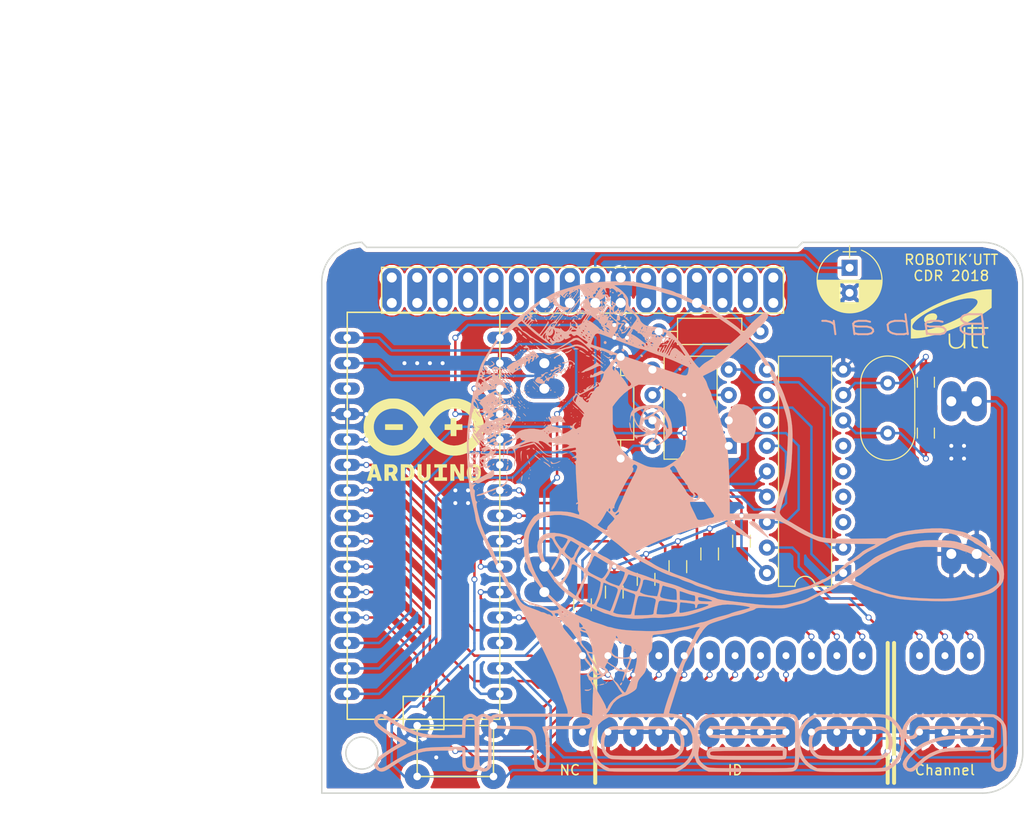
<source format=kicad_pcb>
(kicad_pcb (version 4) (host pcbnew 4.0.6)
  (layers (0 F.Cu signal) (31 B.Cu signal hide) (34 B.Paste user) (35 F.Paste user) (36 B.SilkS user) (37 F.SilkS user hide) (38 B.Mask user) (39 F.Mask user) (44 Edge.Cuts user))
  (net 0 "")
  (net 1 "Net-(C1-Pad1)")
  (net 2 /GNDL)
  (net 3 "Net-(C2-Pad1)")
  (net 4 "Net-(J1-Pad1)")
  (net 5 "Net-(J1-Pad3)")
  (net 6 "Net-(J1-Pad5)")
  (net 7 "Net-(J1-Pad7)")
  (net 8 "Net-(J1-Pad10)")
  (net 9 "Net-(J1-Pad11)")
  (net 10 "Net-(J1-Pad13)")
  (net 11 "Net-(J1-Pad15)")
  (net 12 /5VL)
  (net 13 "Net-(J1-Pad21)")
  (net 14 "Net-(J1-Pad23)")
  (net 15 /CANH)
  (net 16 /CANL)
  (net 17 "Net-(J1-Pad29)")
  (net 18 "Net-(J1-Pad31)")
  (net 19 /A5)
  (net 20 /A4)
  (net 21 /A3)
  (net 22 /A2)
  (net 23 /A1)
  (net 24 /A0)
  (net 25 "Net-(R100-Pad1)")
  (net 26 /TX)
  (net 27 /RX)
  (net 28 "Net-(U1-Pad3)")
  (net 29 /D2)
  (net 30 /D3)
  (net 31 /D4)
  (net 32 /D5)
  (net 33 /D6)
  (net 34 /D7)
  (net 35 /D8)
  (net 36 /D9)
  (net 37 /SS1)
  (net 38 /MOSI1)
  (net 39 /MISO1)
  (net 40 /SCK1)
  (net 41 /+3.3V)
  (net 42 "Net-(U1-Pad18)")
  (net 43 "Net-(U1-Pad25)")
  (net 44 "Net-(U1-Pad26)")
  (net 45 /RST)
  (net 46 "Net-(U1-Pad30)")
  (net 47 /TXCAN1)
  (net 48 "Net-(U2-Pad10)")
  (net 49 /RXCAN1)
  (net 50 "Net-(U2-Pad11)")
  (net 51 "Net-(U2-Pad3)")
  (net 52 "Net-(U2-Pad12)")
  (net 53 "Net-(U2-Pad4)")
  (net 54 "Net-(U2-Pad5)")
  (net 55 "Net-(U2-Pad6)")
  (net 56 "Net-(U3-Pad5)")
  (net 57 "Net-(U6-Pad1)")
  (net 58 "Net-(U6-Pad24)")
  (module Capacitors_SMD:C_0805_HandSoldering (layer F.Cu) (at 158.385 73.93 90)
    (fp_text reference C1 hide)
    (fp_text value 22pF)
    (pad 1 smd rect (at -1.25 0 90) (size 1.5 1.25) (layers F.Cu F.Paste F.Mask) (net 1 "Net-(C1-Pad1)"))
    (pad 2 smd rect (at 1.25 0 90) (size 1.5 1.25) (layers F.Cu F.Paste F.Mask) (net 2 /GNDL))
  )
  (module Capacitors_SMD:C_0805_HandSoldering (layer F.Cu) (at 158.385 68.85 270)
    (fp_text reference C2 hide)
    (fp_text value 22pF)
    (pad 1 smd rect (at -1.25 0 270) (size 1.5 1.25) (layers F.Cu F.Paste F.Mask) (net 3 "Net-(C2-Pad1)"))
    (pad 2 smd rect (at 1.25 0 270) (size 1.5 1.25) (layers F.Cu F.Paste F.Mask) (net 2 /GNDL))
  )
  (module Libabar:conn_2x16 (layer F.Cu) (at 125.37 60.93)
    (fp_text reference J1 hide)
    (fp_text value conn_2x16)
    (pad 1 thru_hole circle (at -20.32 -2.54) (size 1.7 1.7) (drill 1) (layers *.Cu *.Mask) (net 4 "Net-(J1-Pad1)"))
    (pad 2 thru_hole circle (at -20.32 0) (size 1.7 1.7) (drill 1) (layers *.Cu *.Mask) (net 4 "Net-(J1-Pad1)"))
    (pad 3 thru_hole circle (at -17.78 -2.54) (size 1.7 1.7) (drill 1) (layers *.Cu *.Mask) (net 5 "Net-(J1-Pad3)"))
    (pad 4 thru_hole circle (at -17.78 0) (size 1.7 1.7) (drill 1) (layers *.Cu *.Mask) (net 5 "Net-(J1-Pad3)"))
    (pad 5 thru_hole circle (at -15.24 -2.54) (size 1.7 1.7) (drill 1) (layers *.Cu *.Mask) (net 6 "Net-(J1-Pad5)"))
    (pad 6 thru_hole circle (at -15.24 0) (size 1.7 1.7) (drill 1) (layers *.Cu *.Mask) (net 6 "Net-(J1-Pad5)"))
    (pad 7 thru_hole circle (at -12.7 -2.54) (size 1.7 1.7) (drill 1) (layers *.Cu *.Mask) (net 7 "Net-(J1-Pad7)"))
    (pad 8 thru_hole circle (at -12.7 0) (size 1.7 1.7) (drill 1) (layers *.Cu *.Mask) (net 7 "Net-(J1-Pad7)"))
    (pad 9 thru_hole circle (at -10.16 -2.54) (size 1.7 1.7) (drill 1) (layers *.Cu *.Mask) (net 8 "Net-(J1-Pad10)"))
    (pad 10 thru_hole circle (at -10.16 0) (size 1.7 1.7) (drill 1) (layers *.Cu *.Mask) (net 8 "Net-(J1-Pad10)"))
    (pad 11 thru_hole circle (at -7.62 -2.54) (size 1.7 1.7) (drill 1) (layers *.Cu *.Mask) (net 9 "Net-(J1-Pad11)"))
    (pad 12 thru_hole circle (at -7.62 0) (size 1.7 1.7) (drill 1) (layers *.Cu *.Mask) (net 9 "Net-(J1-Pad11)"))
    (pad 13 thru_hole circle (at -5.08 -2.54) (size 1.7 1.7) (drill 1) (layers *.Cu *.Mask) (net 10 "Net-(J1-Pad13)"))
    (pad 14 thru_hole circle (at -5.08 0) (size 1.7 1.7) (drill 1) (layers *.Cu *.Mask) (net 10 "Net-(J1-Pad13)"))
    (pad 15 thru_hole circle (at -2.54 -2.54) (size 1.7 1.7) (drill 1) (layers *.Cu *.Mask) (net 11 "Net-(J1-Pad15)"))
    (pad 16 thru_hole circle (at -2.54 0) (size 1.7 1.7) (drill 1) (layers *.Cu *.Mask) (net 11 "Net-(J1-Pad15)"))
    (pad 17 thru_hole circle (at 0 -2.54) (size 1.7 1.7) (drill 1) (layers *.Cu *.Mask) (net 12 /5VL))
    (pad 18 thru_hole circle (at 0 0) (size 1.7 1.7) (drill 1) (layers *.Cu *.Mask) (net 12 /5VL))
    (pad 19 thru_hole circle (at 2.54 -2.54) (size 1.7 1.7) (drill 1) (layers *.Cu *.Mask) (net 2 /GNDL))
    (pad 20 thru_hole circle (at 2.54 0) (size 1.7 1.7) (drill 1) (layers *.Cu *.Mask) (net 2 /GNDL))
    (pad 21 thru_hole circle (at 5.08 -2.54) (size 1.7 1.7) (drill 1) (layers *.Cu *.Mask) (net 13 "Net-(J1-Pad21)"))
    (pad 22 thru_hole circle (at 5.08 0) (size 1.7 1.7) (drill 1) (layers *.Cu *.Mask) (net 13 "Net-(J1-Pad21)"))
    (pad 23 thru_hole circle (at 7.62 -2.54) (size 1.7 1.7) (drill 1) (layers *.Cu *.Mask) (net 14 "Net-(J1-Pad23)"))
    (pad 24 thru_hole circle (at 7.62 0) (size 1.7 1.7) (drill 1) (layers *.Cu *.Mask) (net 14 "Net-(J1-Pad23)"))
    (pad 25 thru_hole circle (at 10.16 -2.54) (size 1.7 1.7) (drill 1) (layers *.Cu *.Mask) (net 15 /CANH))
    (pad 26 thru_hole circle (at 10.16 0) (size 1.7 1.7) (drill 1) (layers *.Cu *.Mask) (net 15 /CANH))
    (pad 27 thru_hole circle (at 12.7 -2.54) (size 1.7 1.7) (drill 1) (layers *.Cu *.Mask) (net 16 /CANL))
    (pad 28 thru_hole circle (at 12.7 0) (size 1.7 1.7) (drill 1) (layers *.Cu *.Mask) (net 16 /CANL))
    (pad 29 thru_hole circle (at 15.24 -2.54) (size 1.7 1.7) (drill 1) (layers *.Cu *.Mask) (net 17 "Net-(J1-Pad29)"))
    (pad 30 thru_hole circle (at 15.24 0) (size 1.7 1.7) (drill 1) (layers *.Cu *.Mask) (net 17 "Net-(J1-Pad29)"))
    (pad 31 thru_hole circle (at 17.78 -2.54) (size 1.7 1.7) (drill 1) (layers *.Cu *.Mask) (net 18 "Net-(J1-Pad31)"))
    (pad 32 thru_hole circle (at 17.78 0) (size 1.7 1.7) (drill 1) (layers *.Cu *.Mask) (net 18 "Net-(J1-Pad31)"))
  )
  (module Resistors_SMD:R_0805_HandSoldering (layer F.Cu) (at 139.97 84.725 270)
    (fp_text reference R1 hide)
    (fp_text value 20K)
    (pad 1 smd rect (at -1.35 0 270) (size 1.5 1.3) (layers F.Cu F.Paste F.Mask) (net 12 /5VL))
    (pad 2 smd rect (at 1.35 0 270) (size 1.5 1.3) (layers F.Cu F.Paste F.Mask) (net 19 /A5))
  )
  (module Resistors_SMD:R_0805_HandSoldering (layer F.Cu) (at 136.795 85.995 270)
    (fp_text reference R2 hide)
    (fp_text value 20K)
    (pad 1 smd rect (at -1.35 0 270) (size 1.5 1.3) (layers F.Cu F.Paste F.Mask) (net 12 /5VL))
    (pad 2 smd rect (at 1.35 0 270) (size 1.5 1.3) (layers F.Cu F.Paste F.Mask) (net 20 /A4))
  )
  (module Resistors_SMD:R_0805_HandSoldering (layer F.Cu) (at 133.62 87.265 270)
    (fp_text reference R3 hide)
    (fp_text value 20K)
    (pad 1 smd rect (at -1.35 0 270) (size 1.5 1.3) (layers F.Cu F.Paste F.Mask) (net 12 /5VL))
    (pad 2 smd rect (at 1.35 0 270) (size 1.5 1.3) (layers F.Cu F.Paste F.Mask) (net 21 /A3))
  )
  (module Resistors_SMD:R_0805_HandSoldering (layer F.Cu) (at 130.445 88.535 270)
    (fp_text reference R4 hide)
    (fp_text value 20K)
    (pad 1 smd rect (at -1.35 0 270) (size 1.5 1.3) (layers F.Cu F.Paste F.Mask) (net 12 /5VL))
    (pad 2 smd rect (at 1.35 0 270) (size 1.5 1.3) (layers F.Cu F.Paste F.Mask) (net 22 /A2))
  )
  (module Resistors_SMD:R_0805_HandSoldering (layer F.Cu) (at 127.27 89.805 270)
    (fp_text reference R5 hide)
    (fp_text value 20K)
    (pad 1 smd rect (at -1.35 0 270) (size 1.5 1.3) (layers F.Cu F.Paste F.Mask) (net 12 /5VL))
    (pad 2 smd rect (at 1.35 0 270) (size 1.5 1.3) (layers F.Cu F.Paste F.Mask) (net 23 /A1))
  )
  (module Resistors_SMD:R_0805_HandSoldering (layer F.Cu) (at 124.095 91.075 270)
    (fp_text reference R6 hide)
    (fp_text value 20K)
    (pad 1 smd rect (at -1.35 0 270) (size 1.5 1.3) (layers F.Cu F.Paste F.Mask) (net 12 /5VL))
    (pad 2 smd rect (at 1.35 0 270) (size 1.5 1.3) (layers F.Cu F.Paste F.Mask) (net 24 /A0))
  )
  (module Resistors_ThroughHole:R_Axial_DIN0207_L6.3mm_D2.5mm_P10.16mm_Horizontal (layer F.Cu) (at 127.905 76.47 90)
    (fp_text reference R100 hide)
    (fp_text value 15K)
    (pad 1 thru_hole circle (at 0 0 90) (size 1.6 1.6) (drill 0.8) (layers *.Cu *.Mask) (net 25 "Net-(R100-Pad1)"))
    (pad 2 thru_hole oval (at 10.16 0 90) (size 1.6 1.6) (drill 0.8) (layers *.Cu *.Mask) (net 2 /GNDL))
  )
  (module Resistors_ThroughHole:R_Axial_DIN0207_L6.3mm_D2.5mm_P10.16mm_Horizontal (layer F.Cu) (at 131.715 63.77)
    (fp_text reference RCAN1 hide)
    (fp_text value 120R)
    (pad 1 thru_hole circle (at 0 0) (size 1.6 1.6) (drill 0.8) (layers *.Cu *.Mask) (net 15 /CANH))
    (pad 2 thru_hole oval (at 10.16 0) (size 1.6 1.6) (drill 0.8) (layers *.Cu *.Mask) (net 16 /CANL))
  )
  (module Libabar:Nano (layer F.Cu) (at 108.22 82.185)
    (fp_text reference U1 hide)
    (fp_text value Nano)
    (pad 1 thru_hole oval (at -7.62 -17.78) (size 2.5 1.2) (drill 0.762) (layers *.Cu *.Mask) (net 26 /TX))
    (pad 2 thru_hole oval (at -7.62 -15.24) (size 2.5 1.2) (drill 0.762) (layers *.Cu *.Mask) (net 27 /RX))
    (pad 3 thru_hole oval (at -7.62 -12.7) (size 2.5 1.2) (drill 0.762) (layers *.Cu *.Mask) (net 28 "Net-(U1-Pad3)"))
    (pad 4 thru_hole oval (at -7.62 -10.16) (size 2.5 1.2) (drill 0.762) (layers *.Cu *.Mask) (net 2 /GNDL))
    (pad 5 thru_hole oval (at -7.62 -7.62) (size 2.5 1.2) (drill 0.762) (layers *.Cu *.Mask) (net 29 /D2))
    (pad 6 thru_hole oval (at -7.62 -5.08) (size 2.5 1.2) (drill 0.762) (layers *.Cu *.Mask) (net 30 /D3))
    (pad 7 thru_hole oval (at -7.62 -2.54) (size 2.5 1.2) (drill 0.762) (layers *.Cu *.Mask) (net 31 /D4))
    (pad 8 thru_hole oval (at -7.62 0) (size 2.5 1.2) (drill 0.762) (layers *.Cu *.Mask) (net 32 /D5))
    (pad 9 thru_hole oval (at -7.62 2.54) (size 2.5 1.2) (drill 0.762) (layers *.Cu *.Mask) (net 33 /D6))
    (pad 10 thru_hole oval (at -7.62 5.08) (size 2.5 1.2) (drill 0.762) (layers *.Cu *.Mask) (net 34 /D7))
    (pad 11 thru_hole oval (at -7.62 7.62) (size 2.5 1.2) (drill 0.762) (layers *.Cu *.Mask) (net 35 /D8))
    (pad 12 thru_hole oval (at -7.62 10.16) (size 2.5 1.2) (drill 0.762) (layers *.Cu *.Mask) (net 36 /D9))
    (pad 13 thru_hole oval (at -7.62 12.7) (size 2.5 1.2) (drill 0.762) (layers *.Cu *.Mask) (net 37 /SS1))
    (pad 14 thru_hole oval (at -7.62 15.24) (size 2.5 1.2) (drill 0.762) (layers *.Cu *.Mask) (net 38 /MOSI1))
    (pad 15 thru_hole oval (at -7.62 17.78) (size 2.5 1.2) (drill 0.762) (layers *.Cu *.Mask) (net 39 /MISO1))
    (pad 16 thru_hole oval (at 7.62 17.78) (size 2.5 1.2) (drill 0.762) (layers *.Cu *.Mask) (net 40 /SCK1))
    (pad 17 thru_hole oval (at 7.62 15.24) (size 2.5 1.2) (drill 0.762) (layers *.Cu *.Mask) (net 41 /+3.3V))
    (pad 18 thru_hole oval (at 7.62 12.7) (size 2.5 1.2) (drill 0.762) (layers *.Cu *.Mask) (net 42 "Net-(U1-Pad18)"))
    (pad 19 thru_hole oval (at 7.62 10.16) (size 2.5 1.2) (drill 0.762) (layers *.Cu *.Mask) (net 24 /A0))
    (pad 20 thru_hole oval (at 7.62 7.62) (size 2.5 1.2) (drill 0.762) (layers *.Cu *.Mask) (net 23 /A1))
    (pad 21 thru_hole oval (at 7.62 5.08) (size 2.5 1.2) (drill 0.762) (layers *.Cu *.Mask) (net 22 /A2))
    (pad 22 thru_hole oval (at 7.62 2.54) (size 2.5 1.2) (drill 0.762) (layers *.Cu *.Mask) (net 21 /A3))
    (pad 23 thru_hole oval (at 7.62 0) (size 2.5 1.2) (drill 0.762) (layers *.Cu *.Mask) (net 20 /A4))
    (pad 24 thru_hole oval (at 7.62 -2.54) (size 2.5 1.2) (drill 0.762) (layers *.Cu *.Mask) (net 19 /A5))
    (pad 25 thru_hole oval (at 7.62 -5.08) (size 2.5 1.2) (drill 0.762) (layers *.Cu *.Mask) (net 43 "Net-(U1-Pad25)"))
    (pad 26 thru_hole oval (at 7.62 -7.62) (size 2.5 1.2) (drill 0.762) (layers *.Cu *.Mask) (net 44 "Net-(U1-Pad26)"))
    (pad 27 thru_hole oval (at 7.62 -10.16) (size 2.5 1.2) (drill 0.762) (layers *.Cu *.Mask) (net 12 /5VL))
    (pad 28 thru_hole oval (at 7.62 -12.7) (size 2.5 1.2) (drill 0.762) (layers *.Cu *.Mask) (net 45 /RST))
    (pad 29 thru_hole oval (at 7.62 -15.24) (size 2.5 1.2) (drill 0.762) (layers *.Cu *.Mask) (net 2 /GNDL))
    (pad 30 thru_hole oval (at 7.62 -17.78) (size 2.5 1.2) (drill 0.762) (layers *.Cu *.Mask) (net 46 "Net-(U1-Pad30)"))
  )
  (module Housings_DIP:DIP-18_W7.62mm (layer F.Cu) (at 150.13 87.9 180)
    (fp_text reference U2 hide)
    (fp_text value MCP2515)
    (pad 1 thru_hole rect (at 0 0 180) (size 1.6 1.6) (drill 0.8) (layers *.Cu *.Mask) (net 47 /TXCAN1))
    (pad 10 thru_hole oval (at 7.62 20.32 180) (size 1.6 1.6) (drill 0.8) (layers *.Cu *.Mask) (net 48 "Net-(U2-Pad10)"))
    (pad 2 thru_hole oval (at 0 2.54 180) (size 1.6 1.6) (drill 0.8) (layers *.Cu *.Mask) (net 49 /RXCAN1))
    (pad 11 thru_hole oval (at 7.62 17.78 180) (size 1.6 1.6) (drill 0.8) (layers *.Cu *.Mask) (net 50 "Net-(U2-Pad11)"))
    (pad 3 thru_hole oval (at 0 5.08 180) (size 1.6 1.6) (drill 0.8) (layers *.Cu *.Mask) (net 51 "Net-(U2-Pad3)"))
    (pad 12 thru_hole oval (at 7.62 15.24 180) (size 1.6 1.6) (drill 0.8) (layers *.Cu *.Mask) (net 52 "Net-(U2-Pad12)"))
    (pad 4 thru_hole oval (at 0 7.62 180) (size 1.6 1.6) (drill 0.8) (layers *.Cu *.Mask) (net 53 "Net-(U2-Pad4)"))
    (pad 13 thru_hole oval (at 7.62 12.7 180) (size 1.6 1.6) (drill 0.8) (layers *.Cu *.Mask) (net 40 /SCK1))
    (pad 5 thru_hole oval (at 0 10.16 180) (size 1.6 1.6) (drill 0.8) (layers *.Cu *.Mask) (net 54 "Net-(U2-Pad5)"))
    (pad 14 thru_hole oval (at 7.62 10.16 180) (size 1.6 1.6) (drill 0.8) (layers *.Cu *.Mask) (net 38 /MOSI1))
    (pad 6 thru_hole oval (at 0 12.7 180) (size 1.6 1.6) (drill 0.8) (layers *.Cu *.Mask) (net 55 "Net-(U2-Pad6)"))
    (pad 15 thru_hole oval (at 7.62 7.62 180) (size 1.6 1.6) (drill 0.8) (layers *.Cu *.Mask) (net 39 /MISO1))
    (pad 7 thru_hole oval (at 0 15.24 180) (size 1.6 1.6) (drill 0.8) (layers *.Cu *.Mask) (net 1 "Net-(C1-Pad1)"))
    (pad 16 thru_hole oval (at 7.62 5.08 180) (size 1.6 1.6) (drill 0.8) (layers *.Cu *.Mask) (net 37 /SS1))
    (pad 8 thru_hole oval (at 0 17.78 180) (size 1.6 1.6) (drill 0.8) (layers *.Cu *.Mask) (net 3 "Net-(C2-Pad1)"))
    (pad 17 thru_hole oval (at 7.62 2.54 180) (size 1.6 1.6) (drill 0.8) (layers *.Cu *.Mask) (net 45 /RST))
    (pad 9 thru_hole oval (at 0 20.32 180) (size 1.6 1.6) (drill 0.8) (layers *.Cu *.Mask) (net 2 /GNDL))
    (pad 18 thru_hole oval (at 7.62 0 180) (size 1.6 1.6) (drill 0.8) (layers *.Cu *.Mask) (net 12 /5VL))
  )
  (module Housings_DIP:DIP-8_W7.62mm (layer F.Cu) (at 138.7 75.2 180)
    (fp_text reference U3 hide)
    (fp_text value MCP2551)
    (pad 1 thru_hole rect (at 0 0 180) (size 1.6 1.6) (drill 0.8) (layers *.Cu *.Mask) (net 47 /TXCAN1))
    (pad 5 thru_hole oval (at 7.62 7.62 180) (size 1.6 1.6) (drill 0.8) (layers *.Cu *.Mask) (net 56 "Net-(U3-Pad5)"))
    (pad 2 thru_hole oval (at 0 2.54 180) (size 1.6 1.6) (drill 0.8) (layers *.Cu *.Mask) (net 2 /GNDL))
    (pad 6 thru_hole oval (at 7.62 5.08 180) (size 1.6 1.6) (drill 0.8) (layers *.Cu *.Mask) (net 16 /CANL))
    (pad 3 thru_hole oval (at 0 5.08 180) (size 1.6 1.6) (drill 0.8) (layers *.Cu *.Mask) (net 12 /5VL))
    (pad 7 thru_hole oval (at 7.62 2.54 180) (size 1.6 1.6) (drill 0.8) (layers *.Cu *.Mask) (net 15 /CANH))
    (pad 4 thru_hole oval (at 0 7.62 180) (size 1.6 1.6) (drill 0.8) (layers *.Cu *.Mask) (net 49 /RXCAN1))
    (pad 8 thru_hole oval (at 7.62 0 180) (size 1.6 1.6) (drill 0.8) (layers *.Cu *.Mask) (net 25 "Net-(R100-Pad1)"))
  )
  (module Libabar:PushButton (layer F.Cu) (at 112.665 110.76 180)
    (fp_text reference U4 hide)
    (fp_text value PushButton)
    (pad 1 thru_hole circle (at 5.08 2.54 180) (size 2.5 2.5) (drill 0.762) (layers *.Cu *.Mask) (net 45 /RST))
    (pad 2 thru_hole circle (at -2.54 2.54 180) (size 2.5 2.5) (drill 0.762) (layers *.Cu *.Mask) (net 45 /RST))
    (pad 3 thru_hole circle (at -2.54 7.62 180) (size 2.5 2.5) (drill 0.762) (layers *.Cu *.Mask) (net 2 /GNDL))
    (pad 4 thru_hole circle (at 5.08 7.62 180) (size 2.5 2.5) (drill 0.762) (layers *.Cu *.Mask) (net 2 /GNDL))
  )
  (module Libabar:DIPSwitch_12 (layer F.Cu) (at 124.095 103.775 90)
    (fp_text reference U6 hide)
    (fp_text value DIPSwitch_12)
    (pad 1 thru_hole oval (at 0 0 90) (size 3 2) (drill 0.7) (layers *.Cu *.Mask) (net 57 "Net-(U6-Pad1)"))
    (pad 2 thru_hole oval (at 0 2.54 90) (size 3 2) (drill 0.7) (layers *.Cu *.Mask) (net 2 /GNDL))
    (pad 3 thru_hole oval (at 0 5.08 90) (size 3 2) (drill 0.7) (layers *.Cu *.Mask) (net 2 /GNDL))
    (pad 4 thru_hole oval (at 0 7.62 90) (size 3 2) (drill 0.7) (layers *.Cu *.Mask) (net 2 /GNDL))
    (pad 5 thru_hole oval (at 0 10.16 90) (size 3 2) (drill 0.7) (layers *.Cu *.Mask) (net 2 /GNDL))
    (pad 6 thru_hole oval (at 0 12.7 90) (size 3 2) (drill 0.7) (layers *.Cu *.Mask) (net 2 /GNDL))
    (pad 7 thru_hole oval (at 0 15.24 90) (size 3 2) (drill 0.7) (layers *.Cu *.Mask) (net 2 /GNDL))
    (pad 8 thru_hole oval (at 0 17.78 90) (size 3 2) (drill 0.7) (layers *.Cu *.Mask) (net 2 /GNDL))
    (pad 9 thru_hole oval (at 0 20.32 90) (size 3 2) (drill 0.7) (layers *.Cu *.Mask) (net 2 /GNDL))
    (pad 10 thru_hole oval (at 0 22.86 90) (size 3 2) (drill 0.7) (layers *.Cu *.Mask) (net 2 /GNDL))
    (pad 11 thru_hole oval (at 0 25.4 90) (size 3 2) (drill 0.7) (layers *.Cu *.Mask) (net 2 /GNDL))
    (pad 12 thru_hole oval (at 0 27.94 90) (size 3 2) (drill 0.7) (layers *.Cu *.Mask) (net 2 /GNDL))
    (pad 13 thru_hole oval (at 7.62 27.94 90) (size 3 2) (drill 0.7) (layers *.Cu *.Mask) (net 22 /A2))
    (pad 14 thru_hole oval (at 7.62 25.4 90) (size 3 2) (drill 0.7) (layers *.Cu *.Mask) (net 23 /A1))
    (pad 15 thru_hole oval (at 7.62 22.86 90) (size 3 2) (drill 0.7) (layers *.Cu *.Mask) (net 24 /A0))
    (pad 16 thru_hole oval (at 7.62 20.32 90) (size 3 2) (drill 0.7) (layers *.Cu *.Mask) (net 36 /D9))
    (pad 17 thru_hole oval (at 7.62 17.78 90) (size 3 2) (drill 0.7) (layers *.Cu *.Mask) (net 35 /D8))
    (pad 18 thru_hole oval (at 7.62 15.24 90) (size 3 2) (drill 0.7) (layers *.Cu *.Mask) (net 34 /D7))
    (pad 19 thru_hole oval (at 7.62 12.7 90) (size 3 2) (drill 0.7) (layers *.Cu *.Mask) (net 33 /D6))
    (pad 20 thru_hole oval (at 7.62 10.16 90) (size 3 2) (drill 0.7) (layers *.Cu *.Mask) (net 32 /D5))
    (pad 21 thru_hole oval (at 7.62 7.62 90) (size 3 2) (drill 0.7) (layers *.Cu *.Mask) (net 31 /D4))
    (pad 22 thru_hole oval (at 7.62 5.08 90) (size 3 2) (drill 0.7) (layers *.Cu *.Mask) (net 30 /D3))
    (pad 23 thru_hole oval (at 7.62 2.54 90) (size 3 2) (drill 0.7) (layers *.Cu *.Mask) (net 29 /D2))
    (pad 24 thru_hole oval (at 7.62 0 90) (size 3 2) (drill 0.7) (layers *.Cu *.Mask) (net 58 "Net-(U6-Pad24)"))
  )
  (module Libabar:DIPSwitch_3 (layer F.Cu) (at 157.75 103.775 90)
    (fp_text reference U7 hide)
    (fp_text value DIPSwitch_3)
    (pad 1 thru_hole oval (at 0 0 90) (size 3 2) (drill 0.7) (layers *.Cu *.Mask) (net 2 /GNDL))
    (pad 2 thru_hole oval (at 0 2.54 90) (size 3 2) (drill 0.7) (layers *.Cu *.Mask) (net 2 /GNDL))
    (pad 3 thru_hole oval (at 0 5.08 90) (size 3 2) (drill 0.7) (layers *.Cu *.Mask) (net 2 /GNDL))
    (pad 4 thru_hole oval (at 7.62 5.08 90) (size 3 2) (drill 0.7) (layers *.Cu *.Mask) (net 19 /A5))
    (pad 5 thru_hole oval (at 7.62 2.54 90) (size 3 2) (drill 0.7) (layers *.Cu *.Mask) (net 20 /A4))
    (pad 6 thru_hole oval (at 7.62 0 90) (size 3 2) (drill 0.7) (layers *.Cu *.Mask) (net 21 /A3))
  )
  (module Crystals:Resonator-2pin_w10.0mm_h5.0mm (layer F.Cu) (at 154.575 73.93 90)
    (fp_text reference Y1 hide)
    (fp_text value 16MHz)
    (pad 1 thru_hole circle (at 0 0 90) (size 1.5 1.5) (drill 0.8) (layers *.Cu *.Mask) (net 1 "Net-(C1-Pad1)"))
    (pad 2 thru_hole circle (at 5 0 90) (size 1.5 1.5) (drill 0.8) (layers *.Cu *.Mask) (net 3 "Net-(C2-Pad1)"))
  )
  (module Libabar:XBee_adapter (layer F.Cu) (at 163.465 70.755 270)
    (fp_text reference U5 hide)
    (fp_text value XBee_adapter)
    (pad 3 thru_hole oval (at 0 0 270) (size 4 2) (drill 1) (layers *.Cu *.Mask) (net 41 /+3.3V))
    (pad 4 thru_hole oval (at 0 2.54 270) (size 4 2) (drill 1) (layers *.Cu *.Mask) (net 41 /+3.3V))
    (pad 1 thru_hole oval (at 15.24 0 270) (size 4 2) (drill 1) (layers *.Cu *.Mask) (net 2 /GNDL))
    (pad 2 thru_hole oval (at 15.24 2.54 270) (size 4 2) (drill 1) (layers *.Cu *.Mask) (net 2 /GNDL))
    (pad 7 thru_hole oval (at -1.27 43.18 270) (size 2 4) (drill 1) (layers *.Cu *.Mask) (net 27 /RX))
    (pad 8 thru_hole oval (at -3.81 43.18 270) (size 2 4) (drill 1) (layers *.Cu *.Mask) (net 27 /RX))
    (pad 5 thru_hole oval (at 16.51 43.18 270) (size 2 4) (drill 1) (layers *.Cu *.Mask) (net 26 /TX))
    (pad 6 thru_hole oval (at 19.05 43.18 270) (size 2 4) (drill 1) (layers *.Cu *.Mask) (net 26 /TX))
  )
  (module Capacitors_ThroughHole:CP_Radial_D6.3mm_P2.50mm (layer F.Cu) (at 150.765 57.42 270)
    (fp_text reference C3 hide)
    (fp_text value 10µF)
    (pad 1 thru_hole rect (at 0 0 270) (size 1.6 1.6) (drill 0.8) (layers *.Cu *.Mask) (net 12 /5VL))
    (pad 2 thru_hole circle (at 2.5 0 270) (size 1.6 1.6) (drill 0.8) (layers *.Cu *.Mask) (net 2 /GNDL))
  )
  (module KiCad_Logo_Robot:Logo_Robot_Small (layer B.Cu) (at 134.89 83.455 180)
    (fp_text reference G*** hide)
    (fp_text value LOGO hide)
  )
  (module All:Arduino2 (layer F.Cu) (at 108.22 74.565)
    (fp_text reference G*** hide)
    (fp_text value LOGO hide)
  )
  (module All:UTT-S (layer F.Cu) (at 160.925 61.865)
    (fp_text reference G*** hide)
    (fp_text value LOGO hide)
  )
  (gr_text Babar (at 156.48 63.135) (layer B.SilkS) (effects (font (size 2 4) (thickness 0.2) italic) (justify mirror)))
  (gr_text "ROBOTIK'UTT\nCDR 2018" (at 160.925 57.42) (layer F.SilkS) (effects (font (size 1 1))))
  (gr_text NC (at 122.825 107.585) (layer F.SilkS) (effects (font (size 1 1))))
  (gr_text Channel (at 160.29 107.585) (layer F.SilkS) (effects (font (size 1 1))))
  (gr_text ID (at 139.335 107.585) (layer F.SilkS) (effects (font (size 1 1))))
  (gr_line (start 125.365 94.885) (end 125.365 108.855) (angle 90) (layer F.SilkS) (width 0.4))
  (gr_line (start 154.575 94.885) (end 154.575 108.855) (angle 90) (layer F.SilkS) (width 0.4))
  (gr_line (start 155.21 94.885) (end 155.21 108.855) (angle 90) (layer F.SilkS) (width 0.4))
  (gr_line (start 164.06 54.88) (end 146.06 54.88) (angle 90) (layer Edge.Cuts) (width 0.15))
  (gr_line (start 164.06 109.88) (end 98.06 109.88) (angle 90) (layer Edge.Cuts) (width 0.15))
  (gr_line (start 168.06 105.88) (end 168.06 58.88) (angle 90) (layer Edge.Cuts) (width 0.15))
  (gr_arc (start 164.06 105.88) (end 168.06 105.88) (angle 90) (layer Edge.Cuts) (width 0.15))
  (gr_arc (start 164.06 58.88) (end 164.06 54.88) (angle 90) (layer Edge.Cuts) (width 0.15))
  (gr_circle (center 102.06 105.88) (end 103.66 105.88) (layer Edge.Cuts) (width 0.15))
  (gr_line (start 98.06 58.88) (end 98.06 109.88) (angle 90) (layer Edge.Cuts) (width 0.15))
  (gr_line (start 145.56 55.38) (end 146.06 54.88) (angle 90) (layer Edge.Cuts) (width 0.15))
  (gr_line (start 102.56 55.38) (end 145.56 55.38) (angle 90) (layer Edge.Cuts) (width 0.15))
  (gr_line (start 102.06 54.88) (end 102.56 55.38) (angle 90) (layer Edge.Cuts) (width 0.15))
  (gr_arc (start 102.06 58.88) (end 98.06 58.88) (angle 90) (layer Edge.Cuts) (width 0.15))
  (segment (start 154.575 73.93) (end 151.4 73.93) (width 0.25) (layer B.Cu) (net 1))
  (segment (start 151.4 73.93) (end 150.13 72.66) (width 0.25) (layer B.Cu) (net 1))
  (segment (start 158.385 75.18) (end 158.385 76.47) (width 0.25) (layer F.Cu) (net 1))
  (segment (start 155.845 73.93) (end 154.575 73.93) (width 0.25) (layer B.Cu) (net 1))
  (segment (start 158.385 76.47) (end 155.845 73.93) (width 0.25) (layer B.Cu) (net 1))
  (via (at 158.385 76.47) (size 0.6) (drill 0.4) (layers F.Cu B.Cu) (net 1))
  (segment (start 111.395 79.645) (end 111.395 75.2) (width 0.25) (layer F.Cu) (net 2))
  (segment (start 111.395 75.2) (end 106.315 70.12) (width 0.25) (layer F.Cu) (net 2))
  (segment (start 107.585 103.14) (end 107.585 104.41) (width 0.25) (layer B.Cu) (net 2))
  (via (at 111.395 80.915) (size 0.6) (drill 0.4) (layers F.Cu B.Cu) (net 2))
  (segment (start 112.665 80.915) (end 111.395 80.915) (width 0.25) (layer F.Cu) (net 2))
  (via (at 112.665 80.915) (size 0.6) (drill 0.4) (layers F.Cu B.Cu) (net 2))
  (segment (start 112.665 79.645) (end 112.665 80.915) (width 0.25) (layer B.Cu) (net 2))
  (via (at 112.665 79.645) (size 0.6) (drill 0.4) (layers F.Cu B.Cu) (net 2))
  (segment (start 111.395 79.645) (end 112.665 79.645) (width 0.25) (layer F.Cu) (net 2))
  (via (at 111.395 79.645) (size 0.6) (drill 0.4) (layers F.Cu B.Cu) (net 2))
  (segment (start 111.395 94.885) (end 111.395 79.645) (width 0.25) (layer B.Cu) (net 2))
  (segment (start 104.41 101.87) (end 111.395 94.885) (width 0.25) (layer B.Cu) (net 2))
  (via (at 104.41 101.87) (size 0.6) (drill 0.4) (layers F.Cu B.Cu) (net 2))
  (segment (start 104.41 104.41) (end 104.41 101.87) (width 0.25) (layer F.Cu) (net 2))
  (segment (start 106.315 106.315) (end 104.41 104.41) (width 0.25) (layer F.Cu) (net 2))
  (segment (start 109.49 106.315) (end 106.315 106.315) (width 0.25) (layer F.Cu) (net 2))
  (via (at 109.49 106.315) (size 0.6) (drill 0.4) (layers F.Cu B.Cu) (net 2))
  (segment (start 107.585 104.41) (end 109.49 106.315) (width 0.25) (layer B.Cu) (net 2))
  (segment (start 127.27 63.135) (end 110.125 63.135) (width 0.25) (layer F.Cu) (net 2))
  (segment (start 108.855 64.405) (end 108.855 66.945) (width 0.25) (layer F.Cu) (net 2))
  (segment (start 110.125 63.135) (end 108.855 64.405) (width 0.25) (layer F.Cu) (net 2))
  (segment (start 127.91 63.135) (end 127.27 63.135) (width 0.25) (layer B.Cu) (net 2))
  (via (at 128.54 63.135) (size 0.6) (drill 0.4) (layers F.Cu B.Cu) (net 2))
  (segment (start 128.54 64.405) (end 128.54 63.135) (width 0.25) (layer F.Cu) (net 2))
  (via (at 128.54 64.405) (size 0.6) (drill 0.4) (layers F.Cu B.Cu) (net 2))
  (segment (start 127.27 64.405) (end 128.54 64.405) (width 0.25) (layer B.Cu) (net 2))
  (via (at 127.27 64.405) (size 0.6) (drill 0.4) (layers F.Cu B.Cu) (net 2))
  (segment (start 127.27 63.135) (end 127.27 64.405) (width 0.25) (layer F.Cu) (net 2))
  (via (at 127.27 63.135) (size 0.6) (drill 0.4) (layers F.Cu B.Cu) (net 2))
  (segment (start 127.91 60.93) (end 127.91 63.135) (width 0.25) (layer B.Cu) (net 2))
  (segment (start 127.91 63.135) (end 127.91 66.305) (width 0.25) (layer B.Cu) (net 2))
  (segment (start 127.91 66.305) (end 127.905 66.31) (width 0.25) (layer B.Cu) (net 2))
  (segment (start 100.6 72.025) (end 102.505 72.025) (width 0.25) (layer B.Cu) (net 2))
  (segment (start 104.41 72.025) (end 106.315 70.12) (width 0.25) (layer F.Cu) (net 2))
  (segment (start 102.505 72.025) (end 104.41 72.025) (width 0.25) (layer F.Cu) (net 2))
  (via (at 102.505 72.025) (size 0.6) (drill 0.4) (layers F.Cu B.Cu) (net 2))
  (segment (start 106.315 70.12) (end 106.315 66.945) (width 0.25) (layer F.Cu) (net 2))
  (via (at 108.855 66.945) (size 0.6) (drill 0.4) (layers F.Cu B.Cu) (net 2))
  (segment (start 108.855 66.945) (end 107.585 66.945) (width 0.25) (layer B.Cu) (net 2))
  (via (at 107.585 66.945) (size 0.6) (drill 0.4) (layers F.Cu B.Cu) (net 2))
  (segment (start 107.585 66.945) (end 106.315 66.945) (width 0.25) (layer F.Cu) (net 2))
  (via (at 106.315 66.945) (size 0.6) (drill 0.4) (layers F.Cu B.Cu) (net 2))
  (via (at 110.125 66.945) (size 0.6) (drill 0.4) (layers F.Cu B.Cu) (net 2))
  (segment (start 110.125 66.945) (end 115.84 66.945) (width 0.25) (layer B.Cu) (net 2))
  (segment (start 110.125 66.945) (end 108.855 66.945) (width 0.25) (layer F.Cu) (net 2))
  (segment (start 115.205 103.14) (end 107.585 103.14) (width 0.25) (layer B.Cu) (net 2))
  (segment (start 162.83 103.775) (end 164.735 101.87) (width 0.25) (layer B.Cu) (net 2))
  (segment (start 163.465 89.805) (end 163.465 85.995) (width 0.25) (layer B.Cu) (net 2))
  (segment (start 164.735 91.075) (end 163.465 89.805) (width 0.25) (layer B.Cu) (net 2))
  (segment (start 164.735 92.345) (end 164.735 91.075) (width 0.25) (layer B.Cu) (net 2))
  (segment (start 164.735 101.87) (end 164.735 92.345) (width 0.25) (layer B.Cu) (net 2))
  (segment (start 160.925 85.995) (end 160.925 76.47) (width 0.25) (layer B.Cu) (net 2))
  (segment (start 162.195 76.47) (end 160.925 76.47) (width 0.25) (layer B.Cu) (net 2))
  (via (at 162.195 76.47) (size 0.6) (drill 0.4) (layers F.Cu B.Cu) (net 2))
  (segment (start 162.195 75.2) (end 162.195 76.47) (width 0.25) (layer F.Cu) (net 2))
  (via (at 162.195 75.2) (size 0.6) (drill 0.4) (layers F.Cu B.Cu) (net 2))
  (segment (start 162.195 75.2) (end 160.925 75.2) (width 0.25) (layer B.Cu) (net 2))
  (via (at 160.925 76.47) (size 0.6) (drill 0.4) (layers F.Cu B.Cu) (net 2))
  (segment (start 150.13 67.58) (end 152.67 65.04) (width 0.25) (layer B.Cu) (net 2))
  (segment (start 158.385 72.66) (end 160.925 75.2) (width 0.25) (layer B.Cu) (net 2))
  (segment (start 159.655 65.04) (end 152.67 65.04) (width 0.25) (layer B.Cu) (net 2))
  (segment (start 160.29 65.675) (end 159.655 65.04) (width 0.25) (layer B.Cu) (net 2))
  (segment (start 160.29 66.945) (end 160.29 65.675) (width 0.25) (layer B.Cu) (net 2))
  (segment (start 158.385 68.85) (end 160.29 66.945) (width 0.25) (layer B.Cu) (net 2))
  (segment (start 158.385 72.66) (end 158.385 68.85) (width 0.25) (layer B.Cu) (net 2))
  (segment (start 150.13 67.58) (end 150.13 60.555) (width 0.25) (layer B.Cu) (net 2))
  (segment (start 150.13 60.555) (end 150.765 59.92) (width 0.25) (layer B.Cu) (net 2))
  (segment (start 158.385 72.68) (end 158.405 72.68) (width 0.25) (layer F.Cu) (net 2))
  (segment (start 158.405 72.68) (end 160.925 75.2) (width 0.25) (layer F.Cu) (net 2))
  (via (at 160.925 75.2) (size 0.6) (drill 0.4) (layers F.Cu B.Cu) (net 2))
  (segment (start 150.13 67.58) (end 146.955 67.58) (width 0.25) (layer B.Cu) (net 2))
  (segment (start 134.255 72.66) (end 138.7 72.66) (width 0.25) (layer B.Cu) (net 2))
  (segment (start 132.985 71.39) (end 134.255 72.66) (width 0.25) (layer B.Cu) (net 2))
  (segment (start 132.985 70.12) (end 132.985 71.39) (width 0.25) (layer B.Cu) (net 2))
  (segment (start 137.43 65.675) (end 132.985 70.12) (width 0.25) (layer B.Cu) (net 2))
  (segment (start 145.05 65.675) (end 137.43 65.675) (width 0.25) (layer B.Cu) (net 2))
  (segment (start 146.955 67.58) (end 145.05 65.675) (width 0.25) (layer B.Cu) (net 2))
  (segment (start 134.255 56.785) (end 129.175 56.785) (width 0.25) (layer B.Cu) (net 2))
  (segment (start 129.175 56.785) (end 128.54 56.785) (width 0.25) (layer B.Cu) (net 2))
  (segment (start 128.54 56.785) (end 127.91 57.415) (width 0.25) (layer B.Cu) (net 2))
  (segment (start 127.91 57.415) (end 127.91 58.39) (width 0.25) (layer B.Cu) (net 2))
  (segment (start 150.765 59.92) (end 147.55 59.92) (width 0.25) (layer B.Cu) (net 2))
  (segment (start 144.415 56.785) (end 134.255 56.785) (width 0.25) (layer B.Cu) (net 2))
  (segment (start 147.55 59.92) (end 144.415 56.785) (width 0.25) (layer B.Cu) (net 2))
  (segment (start 158.385 70.1) (end 158.385 72.68) (width 0.25) (layer F.Cu) (net 2))
  (segment (start 160.925 85.995) (end 163.465 85.995) (width 2) (layer B.Cu) (net 2))
  (segment (start 127.91 58.39) (end 127.91 60.93) (width 2) (layer B.Cu) (net 2))
  (segment (start 160.29 103.775) (end 162.83 103.775) (width 0.25) (layer B.Cu) (net 2))
  (segment (start 157.75 103.775) (end 160.29 103.775) (width 0.25) (layer B.Cu) (net 2))
  (segment (start 152.035 103.775) (end 157.75 103.775) (width 0.25) (layer B.Cu) (net 2))
  (segment (start 149.495 103.775) (end 152.035 103.775) (width 0.25) (layer B.Cu) (net 2))
  (segment (start 146.955 103.775) (end 149.495 103.775) (width 0.25) (layer B.Cu) (net 2))
  (segment (start 144.415 103.775) (end 146.955 103.775) (width 0.25) (layer B.Cu) (net 2))
  (segment (start 141.875 103.775) (end 144.415 103.775) (width 0.25) (layer B.Cu) (net 2))
  (segment (start 139.335 103.775) (end 141.875 103.775) (width 0.25) (layer B.Cu) (net 2))
  (segment (start 136.795 103.775) (end 139.335 103.775) (width 0.25) (layer B.Cu) (net 2))
  (segment (start 134.255 103.775) (end 136.795 103.775) (width 0.25) (layer B.Cu) (net 2))
  (segment (start 131.715 103.775) (end 134.255 103.775) (width 0.25) (layer B.Cu) (net 2))
  (segment (start 129.175 103.775) (end 131.715 103.775) (width 0.25) (layer B.Cu) (net 2))
  (segment (start 126.635 103.775) (end 129.175 103.775) (width 0.25) (layer B.Cu) (net 2))
  (segment (start 154.575 68.93) (end 151.32 68.93) (width 0.25) (layer B.Cu) (net 3))
  (segment (start 151.32 68.93) (end 150.13 70.12) (width 0.25) (layer B.Cu) (net 3))
  (segment (start 158.385 67.6) (end 158.385 66.31) (width 0.25) (layer F.Cu) (net 3))
  (segment (start 155.765 68.93) (end 154.575 68.93) (width 0.25) (layer B.Cu) (net 3))
  (segment (start 158.385 66.31) (end 155.765 68.93) (width 0.25) (layer B.Cu) (net 3))
  (via (at 158.385 66.31) (size 0.6) (drill 0.4) (layers F.Cu B.Cu) (net 3))
  (segment (start 105.05 58.39) (end 105.05 60.93) (width 2) (layer B.Cu) (net 4))
  (segment (start 107.59 58.39) (end 107.59 60.93) (width 2) (layer B.Cu) (net 5))
  (segment (start 110.13 58.39) (end 110.13 60.93) (width 2) (layer B.Cu) (net 6))
  (segment (start 112.67 58.39) (end 112.67 60.93) (width 2) (layer B.Cu) (net 7))
  (segment (start 115.21 58.39) (end 115.21 60.93) (width 2) (layer B.Cu) (net 8))
  (segment (start 117.75 58.39) (end 117.75 60.93) (width 2) (layer B.Cu) (net 9))
  (segment (start 120.29 58.39) (end 120.29 60.93) (width 2) (layer B.Cu) (net 10))
  (segment (start 122.83 58.39) (end 122.83 60.93) (width 2) (layer B.Cu) (net 11))
  (segment (start 124.095 63.135) (end 125.365 64.405) (width 0.25) (layer B.Cu) (net 12))
  (via (at 134.255 73.93) (size 0.6) (drill 0.4) (layers F.Cu B.Cu) (net 12))
  (segment (start 127.27 73.93) (end 134.255 73.93) (width 0.25) (layer B.Cu) (net 12))
  (segment (start 125.365 72.025) (end 127.27 73.93) (width 0.25) (layer B.Cu) (net 12))
  (segment (start 125.365 64.405) (end 125.365 72.025) (width 0.25) (layer B.Cu) (net 12))
  (segment (start 111.395 69.485) (end 111.395 72.025) (width 0.25) (layer F.Cu) (net 12))
  (segment (start 125.37 61.86) (end 124.095 63.135) (width 0.25) (layer B.Cu) (net 12))
  (segment (start 124.095 63.135) (end 112.665 63.135) (width 0.25) (layer B.Cu) (net 12))
  (segment (start 112.665 63.135) (end 111.395 64.405) (width 0.25) (layer B.Cu) (net 12))
  (via (at 111.395 64.405) (size 0.6) (drill 0.4) (layers F.Cu B.Cu) (net 12))
  (segment (start 111.395 64.405) (end 111.395 69.485) (width 0.25) (layer F.Cu) (net 12))
  (segment (start 125.37 60.93) (end 125.37 61.86) (width 0.25) (layer B.Cu) (net 12))
  (segment (start 111.395 72.025) (end 115.84 72.025) (width 0.25) (layer B.Cu) (net 12))
  (via (at 111.395 72.025) (size 0.6) (drill 0.4) (layers F.Cu B.Cu) (net 12))
  (segment (start 130.445 56.15) (end 126 56.15) (width 0.25) (layer B.Cu) (net 12))
  (segment (start 147.59 57.42) (end 146.32 56.15) (width 0.25) (layer B.Cu) (net 12))
  (segment (start 146.32 56.15) (end 130.445 56.15) (width 0.25) (layer B.Cu) (net 12))
  (segment (start 150.765 57.42) (end 147.59 57.42) (width 0.25) (layer B.Cu) (net 12))
  (segment (start 125.37 56.78) (end 125.37 58.39) (width 0.25) (layer B.Cu) (net 12))
  (segment (start 126 56.15) (end 125.37 56.78) (width 0.25) (layer B.Cu) (net 12))
  (segment (start 139.97 82.185) (end 139.97 80.915) (width 0.25) (layer F.Cu) (net 12))
  (segment (start 139.97 80.915) (end 134.255 75.2) (width 0.25) (layer F.Cu) (net 12))
  (segment (start 134.255 75.2) (end 134.255 73.93) (width 0.25) (layer F.Cu) (net 12))
  (segment (start 134.255 70.12) (end 138.7 70.12) (width 0.25) (layer B.Cu) (net 12))
  (segment (start 134.255 73.93) (end 134.255 70.12) (width 0.25) (layer F.Cu) (net 12))
  (via (at 134.255 70.12) (size 0.6) (drill 0.4) (layers F.Cu B.Cu) (net 12))
  (segment (start 139.97 82.185) (end 139.97 85.36) (width 0.25) (layer B.Cu) (net 12))
  (segment (start 139.97 85.36) (end 142.51 87.9) (width 0.25) (layer B.Cu) (net 12))
  (segment (start 136.795 83.455) (end 139.97 82.185) (width 0.25) (layer B.Cu) (net 12))
  (via (at 139.97 82.185) (size 0.6) (drill 0.4) (layers F.Cu B.Cu) (net 12))
  (segment (start 139.97 82.185) (end 139.97 83.375) (width 0.25) (layer F.Cu) (net 12))
  (segment (start 133.62 84.725) (end 136.795 83.455) (width 0.25) (layer B.Cu) (net 12))
  (via (at 136.795 83.455) (size 0.6) (drill 0.4) (layers F.Cu B.Cu) (net 12))
  (segment (start 136.795 83.455) (end 136.795 84.645) (width 0.25) (layer F.Cu) (net 12))
  (segment (start 130.445 85.995) (end 133.62 84.725) (width 0.25) (layer B.Cu) (net 12))
  (via (at 133.62 84.725) (size 0.6) (drill 0.4) (layers F.Cu B.Cu) (net 12))
  (segment (start 133.62 84.725) (end 133.62 85.915) (width 0.25) (layer F.Cu) (net 12))
  (segment (start 127.27 87.265) (end 130.445 85.995) (width 0.25) (layer B.Cu) (net 12))
  (via (at 130.445 85.995) (size 0.6) (drill 0.4) (layers F.Cu B.Cu) (net 12))
  (segment (start 130.445 87.185) (end 130.445 85.995) (width 0.25) (layer F.Cu) (net 12))
  (via (at 127.27 87.265) (size 0.6) (drill 0.4) (layers F.Cu B.Cu) (net 12))
  (segment (start 127.27 87.265) (end 127.27 88.455) (width 0.25) (layer F.Cu) (net 12))
  (segment (start 124.095 89.725) (end 125.365 88.455) (width 0.25) (layer F.Cu) (net 12))
  (segment (start 125.365 88.455) (end 127.27 88.455) (width 0.25) (layer F.Cu) (net 12))
  (segment (start 125.37 58.39) (end 125.37 60.93) (width 2) (layer B.Cu) (net 12))
  (segment (start 130.45 58.39) (end 130.45 60.93) (width 2) (layer B.Cu) (net 13))
  (segment (start 132.99 58.39) (end 132.99 60.93) (width 2) (layer B.Cu) (net 14))
  (segment (start 131.08 72.66) (end 129.175 70.755) (width 0.25) (layer B.Cu) (net 15))
  (segment (start 129.175 66.945) (end 131.715 64.405) (width 0.25) (layer B.Cu) (net 15))
  (segment (start 129.175 70.755) (end 129.175 66.945) (width 0.25) (layer B.Cu) (net 15))
  (segment (start 131.715 64.405) (end 131.715 63.77) (width 0.25) (layer B.Cu) (net 15))
  (segment (start 135.53 60.93) (end 132.69 63.77) (width 0.25) (layer B.Cu) (net 15))
  (segment (start 132.69 63.77) (end 131.715 63.77) (width 0.25) (layer B.Cu) (net 15))
  (segment (start 135.53 58.39) (end 135.53 60.93) (width 2) (layer B.Cu) (net 15))
  (segment (start 131.08 70.12) (end 136.16 65.04) (width 0.25) (layer B.Cu) (net 16))
  (segment (start 139.64 65.04) (end 140.91 63.77) (width 0.25) (layer B.Cu) (net 16))
  (segment (start 136.16 65.04) (end 139.64 65.04) (width 0.25) (layer B.Cu) (net 16))
  (segment (start 138.07 60.93) (end 140.91 63.77) (width 0.25) (layer B.Cu) (net 16))
  (segment (start 140.91 63.77) (end 141.875 63.77) (width 0.25) (layer B.Cu) (net 16))
  (segment (start 138.07 58.39) (end 138.07 60.93) (width 2) (layer B.Cu) (net 16))
  (segment (start 140.61 58.39) (end 140.61 60.93) (width 2) (layer B.Cu) (net 17))
  (segment (start 143.15 58.39) (end 143.15 60.93) (width 2) (layer B.Cu) (net 18))
  (segment (start 139.97 86.075) (end 139.97 87.9) (width 0.25) (layer F.Cu) (net 19))
  (segment (start 141.875 89.805) (end 139.97 87.9) (width 0.25) (layer F.Cu) (net 19))
  (segment (start 162.83 94.25) (end 158.385 89.805) (width 0.25) (layer F.Cu) (net 19))
  (via (at 162.83 94.25) (size 0.6) (drill 0.4) (layers F.Cu B.Cu) (net 19))
  (segment (start 162.83 94.25) (end 162.83 96.155) (width 0.25) (layer B.Cu) (net 19))
  (segment (start 158.385 89.805) (end 141.875 89.805) (width 0.25) (layer F.Cu) (net 19))
  (segment (start 138.7 84.725) (end 138.7 85.36) (width 0.25) (layer F.Cu) (net 19))
  (segment (start 119.015 80.915) (end 117.745 79.645) (width 0.25) (layer F.Cu) (net 19))
  (segment (start 115.84 79.645) (end 117.745 79.645) (width 0.25) (layer B.Cu) (net 19))
  (via (at 117.745 79.645) (size 0.6) (drill 0.4) (layers F.Cu B.Cu) (net 19))
  (segment (start 138.7 81.55) (end 138.065 80.915) (width 0.25) (layer F.Cu) (net 19))
  (segment (start 138.7 84.725) (end 138.7 81.55) (width 0.25) (layer F.Cu) (net 19))
  (segment (start 138.065 80.915) (end 119.015 80.915) (width 0.25) (layer F.Cu) (net 19))
  (segment (start 138.7 85.36) (end 139.415 86.075) (width 0.25) (layer F.Cu) (net 19))
  (segment (start 139.415 86.075) (end 139.97 86.075) (width 0.25) (layer F.Cu) (net 19))
  (segment (start 139.97 85.44) (end 139.415 85.44) (width 0.25) (layer F.Cu) (net 19))
  (segment (start 136.795 87.345) (end 136.24 87.345) (width 0.25) (layer F.Cu) (net 20))
  (segment (start 136.24 87.345) (end 135.525 86.63) (width 0.25) (layer F.Cu) (net 20))
  (segment (start 117.745 82.185) (end 115.84 82.185) (width 0.25) (layer B.Cu) (net 20))
  (via (at 117.745 82.185) (size 0.6) (drill 0.4) (layers F.Cu B.Cu) (net 20))
  (segment (start 134.255 82.185) (end 117.745 82.185) (width 0.25) (layer F.Cu) (net 20))
  (segment (start 135.525 83.455) (end 134.255 82.185) (width 0.25) (layer F.Cu) (net 20))
  (segment (start 135.525 86.63) (end 135.525 83.455) (width 0.25) (layer F.Cu) (net 20))
  (segment (start 139.97 90.44) (end 139.89 90.44) (width 0.25) (layer F.Cu) (net 20))
  (segment (start 156.48 90.44) (end 139.97 90.44) (width 0.25) (layer F.Cu) (net 20))
  (segment (start 160.29 96.155) (end 160.29 94.25) (width 0.25) (layer B.Cu) (net 20))
  (via (at 160.29 94.25) (size 0.6) (drill 0.4) (layers F.Cu B.Cu) (net 20))
  (segment (start 160.29 94.25) (end 156.48 90.44) (width 0.25) (layer F.Cu) (net 20))
  (segment (start 139.89 90.44) (end 136.795 87.345) (width 0.25) (layer F.Cu) (net 20))
  (segment (start 115.84 84.725) (end 117.745 84.725) (width 0.25) (layer B.Cu) (net 21))
  (segment (start 132.35 87.9) (end 132.35 85.36) (width 0.25) (layer F.Cu) (net 21))
  (segment (start 132.35 85.36) (end 130.445 83.455) (width 0.25) (layer F.Cu) (net 21))
  (segment (start 132.35 87.9) (end 133.065 88.615) (width 0.25) (layer F.Cu) (net 21))
  (segment (start 119.015 83.455) (end 130.445 83.455) (width 0.25) (layer F.Cu) (net 21))
  (segment (start 117.745 84.725) (end 119.015 83.455) (width 0.25) (layer F.Cu) (net 21))
  (via (at 117.745 84.725) (size 0.6) (drill 0.4) (layers F.Cu B.Cu) (net 21))
  (segment (start 133.62 88.615) (end 133.065 88.615) (width 0.25) (layer F.Cu) (net 21))
  (segment (start 116.475 84.725) (end 115.84 84.725) (width 0.25) (layer B.Cu) (net 21))
  (segment (start 139.97 91.075) (end 136.08 91.075) (width 0.25) (layer F.Cu) (net 21))
  (segment (start 154.575 91.075) (end 139.97 91.075) (width 0.25) (layer F.Cu) (net 21))
  (segment (start 157.75 96.155) (end 157.75 94.25) (width 0.25) (layer B.Cu) (net 21))
  (via (at 157.75 94.25) (size 0.6) (drill 0.4) (layers F.Cu B.Cu) (net 21))
  (segment (start 157.75 94.25) (end 154.575 91.075) (width 0.25) (layer F.Cu) (net 21))
  (segment (start 136.08 91.075) (end 133.62 88.615) (width 0.25) (layer F.Cu) (net 21))
  (segment (start 117.745 85.995) (end 114.57 85.995) (width 0.25) (layer F.Cu) (net 22))
  (segment (start 119.015 84.725) (end 126.635 84.725) (width 0.25) (layer F.Cu) (net 22))
  (segment (start 118.38 85.36) (end 117.745 85.995) (width 0.25) (layer F.Cu) (net 22))
  (segment (start 129.175 89.17) (end 129.175 87.265) (width 0.25) (layer F.Cu) (net 22))
  (segment (start 129.175 87.265) (end 126.635 84.725) (width 0.25) (layer F.Cu) (net 22))
  (segment (start 129.89 89.885) (end 129.175 89.17) (width 0.25) (layer F.Cu) (net 22))
  (segment (start 118.38 85.36) (end 119.015 84.725) (width 0.25) (layer F.Cu) (net 22))
  (segment (start 113.935 87.265) (end 115.84 87.265) (width 0.25) (layer B.Cu) (net 22))
  (via (at 113.935 87.265) (size 0.6) (drill 0.4) (layers F.Cu B.Cu) (net 22))
  (segment (start 113.935 86.63) (end 113.935 87.265) (width 0.25) (layer F.Cu) (net 22))
  (segment (start 114.57 85.995) (end 113.935 86.63) (width 0.25) (layer F.Cu) (net 22))
  (segment (start 130.445 89.885) (end 129.89 89.885) (width 0.25) (layer F.Cu) (net 22))
  (segment (start 139.97 91.71) (end 132.27 91.71) (width 0.25) (layer F.Cu) (net 22))
  (segment (start 149.495 91.71) (end 139.97 91.71) (width 0.25) (layer F.Cu) (net 22))
  (segment (start 152.035 96.155) (end 152.035 94.25) (width 0.25) (layer B.Cu) (net 22))
  (via (at 152.035 94.25) (size 0.6) (drill 0.4) (layers F.Cu B.Cu) (net 22))
  (segment (start 152.035 94.25) (end 149.495 91.71) (width 0.25) (layer F.Cu) (net 22))
  (segment (start 132.27 91.71) (end 130.445 89.885) (width 0.25) (layer F.Cu) (net 22))
  (segment (start 117.745 91.075) (end 114.57 91.075) (width 0.25) (layer F.Cu) (net 23))
  (segment (start 124.175 91.155) (end 122.745 91.155) (width 0.25) (layer F.Cu) (net 23))
  (segment (start 122.745 91.155) (end 122.19 91.71) (width 0.25) (layer F.Cu) (net 23))
  (segment (start 122.19 91.71) (end 118.38 91.71) (width 0.25) (layer F.Cu) (net 23))
  (segment (start 118.38 91.71) (end 117.745 91.075) (width 0.25) (layer F.Cu) (net 23))
  (segment (start 127.27 91.155) (end 124.175 91.155) (width 0.25) (layer F.Cu) (net 23))
  (segment (start 113.935 89.805) (end 115.84 89.805) (width 0.25) (layer B.Cu) (net 23))
  (via (at 113.935 89.805) (size 0.6) (drill 0.4) (layers F.Cu B.Cu) (net 23))
  (segment (start 113.935 90.44) (end 113.935 89.805) (width 0.25) (layer F.Cu) (net 23))
  (segment (start 114.57 91.075) (end 113.935 90.44) (width 0.25) (layer F.Cu) (net 23))
  (segment (start 139.97 92.345) (end 128.46 92.345) (width 0.25) (layer F.Cu) (net 23))
  (segment (start 147.59 92.345) (end 139.97 92.345) (width 0.25) (layer F.Cu) (net 23))
  (segment (start 149.495 96.155) (end 149.495 94.25) (width 0.25) (layer B.Cu) (net 23))
  (via (at 149.495 94.25) (size 0.6) (drill 0.4) (layers F.Cu B.Cu) (net 23))
  (segment (start 149.495 94.25) (end 147.59 92.345) (width 0.25) (layer F.Cu) (net 23))
  (segment (start 128.46 92.345) (end 127.27 91.155) (width 0.25) (layer F.Cu) (net 23))
  (segment (start 124.095 92.425) (end 117.825 92.425) (width 0.25) (layer F.Cu) (net 24))
  (segment (start 117.745 92.345) (end 115.84 92.345) (width 0.25) (layer B.Cu) (net 24))
  (via (at 117.745 92.345) (size 0.6) (drill 0.4) (layers F.Cu B.Cu) (net 24))
  (segment (start 117.825 92.425) (end 117.745 92.345) (width 0.25) (layer F.Cu) (net 24))
  (segment (start 124.65 92.98) (end 139.97 92.98) (width 0.25) (layer F.Cu) (net 24))
  (segment (start 146.955 94.25) (end 145.685 92.98) (width 0.25) (layer F.Cu) (net 24))
  (via (at 146.955 94.25) (size 0.6) (drill 0.4) (layers F.Cu B.Cu) (net 24))
  (segment (start 146.955 94.25) (end 146.955 96.155) (width 0.25) (layer B.Cu) (net 24))
  (segment (start 145.685 92.98) (end 139.97 92.98) (width 0.25) (layer F.Cu) (net 24))
  (segment (start 124.65 92.98) (end 124.095 92.425) (width 0.25) (layer F.Cu) (net 24))
  (segment (start 131.08 75.2) (end 129.175 75.2) (width 0.25) (layer B.Cu) (net 25))
  (segment (start 129.175 75.2) (end 127.905 76.47) (width 0.25) (layer B.Cu) (net 25))
  (segment (start 100.6 64.405) (end 103.775 64.405) (width 0.25) (layer B.Cu) (net 26))
  (segment (start 120.285 79.645) (end 120.285 87.265) (width 0.25) (layer B.Cu) (net 26))
  (via (at 121.555 72.025) (size 0.6) (drill 0.4) (layers F.Cu B.Cu) (net 26))
  (segment (start 121.555 78.375) (end 121.555 72.025) (width 0.25) (layer F.Cu) (net 26))
  (via (at 121.555 78.375) (size 0.6) (drill 0.4) (layers F.Cu B.Cu) (net 26))
  (segment (start 120.285 79.645) (end 121.555 78.375) (width 0.25) (layer B.Cu) (net 26))
  (segment (start 123.46 70.12) (end 121.555 72.025) (width 0.25) (layer B.Cu) (net 26))
  (segment (start 123.46 65.675) (end 123.46 70.12) (width 0.25) (layer B.Cu) (net 26))
  (segment (start 122.825 65.04) (end 123.46 65.675) (width 0.25) (layer B.Cu) (net 26))
  (segment (start 117.745 65.04) (end 122.825 65.04) (width 0.25) (layer B.Cu) (net 26))
  (segment (start 117.11 65.675) (end 117.745 65.04) (width 0.25) (layer B.Cu) (net 26))
  (segment (start 105.045 65.675) (end 117.11 65.675) (width 0.25) (layer B.Cu) (net 26))
  (segment (start 103.775 64.405) (end 105.045 65.675) (width 0.25) (layer B.Cu) (net 26))
  (segment (start 120.285 89.805) (end 120.285 87.265) (width 2) (layer B.Cu) (net 26))
  (segment (start 120.285 68.215) (end 105.045 68.215) (width 0.25) (layer B.Cu) (net 27))
  (segment (start 103.775 66.945) (end 100.6 66.945) (width 0.25) (layer B.Cu) (net 27))
  (segment (start 105.045 68.215) (end 103.775 66.945) (width 0.25) (layer B.Cu) (net 27))
  (segment (start 120.285 66.945) (end 120.285 68.215) (width 2) (layer B.Cu) (net 27))
  (segment (start 120.285 68.215) (end 120.285 69.485) (width 2) (layer B.Cu) (net 27))
  (segment (start 103.775 74.565) (end 102.505 74.565) (width 0.25) (layer F.Cu) (net 29))
  (segment (start 112.03 82.82) (end 103.775 74.565) (width 0.25) (layer F.Cu) (net 29))
  (segment (start 112.03 89.805) (end 112.03 92.345) (width 0.25) (layer F.Cu) (net 29))
  (segment (start 113.3 93.615) (end 112.03 92.345) (width 0.25) (layer F.Cu) (net 29))
  (segment (start 123.46 98.06) (end 119.015 93.615) (width 0.25) (layer F.Cu) (net 29))
  (segment (start 119.015 93.615) (end 113.935 93.615) (width 0.25) (layer F.Cu) (net 29))
  (segment (start 126.635 96.155) (end 126.635 98.06) (width 0.25) (layer B.Cu) (net 29))
  (via (at 126.635 98.06) (size 0.6) (drill 0.4) (layers F.Cu B.Cu) (net 29))
  (segment (start 124.73 98.06) (end 126.635 98.06) (width 0.25) (layer F.Cu) (net 29))
  (segment (start 124.73 98.06) (end 123.46 98.06) (width 0.25) (layer F.Cu) (net 29))
  (segment (start 113.935 93.615) (end 113.3 93.615) (width 0.25) (layer F.Cu) (net 29))
  (segment (start 112.03 89.805) (end 112.03 82.82) (width 0.25) (layer F.Cu) (net 29))
  (segment (start 102.505 74.565) (end 100.6 74.565) (width 0.25) (layer B.Cu) (net 29))
  (via (at 102.505 74.565) (size 0.6) (drill 0.4) (layers F.Cu B.Cu) (net 29))
  (segment (start 103.775 77.105) (end 102.505 77.105) (width 0.25) (layer F.Cu) (net 30))
  (segment (start 111.395 84.725) (end 103.775 77.105) (width 0.25) (layer F.Cu) (net 30))
  (segment (start 111.395 91.075) (end 111.395 94.25) (width 0.25) (layer F.Cu) (net 30))
  (segment (start 121.555 98.695) (end 119.015 96.155) (width 0.25) (layer F.Cu) (net 30))
  (segment (start 119.015 96.155) (end 113.935 96.155) (width 0.25) (layer F.Cu) (net 30))
  (segment (start 128.54 98.695) (end 124.73 98.695) (width 0.25) (layer F.Cu) (net 30))
  (segment (start 129.175 96.155) (end 129.175 98.06) (width 0.25) (layer B.Cu) (net 30))
  (via (at 129.175 98.06) (size 0.6) (drill 0.4) (layers F.Cu B.Cu) (net 30))
  (segment (start 129.175 98.06) (end 128.54 98.695) (width 0.25) (layer F.Cu) (net 30))
  (segment (start 124.73 98.695) (end 121.555 98.695) (width 0.25) (layer F.Cu) (net 30))
  (segment (start 113.3 96.155) (end 113.935 96.155) (width 0.25) (layer F.Cu) (net 30))
  (segment (start 111.395 94.25) (end 113.3 96.155) (width 0.25) (layer F.Cu) (net 30))
  (segment (start 111.395 91.075) (end 111.395 84.725) (width 0.25) (layer F.Cu) (net 30))
  (segment (start 102.505 77.105) (end 100.6 77.105) (width 0.25) (layer B.Cu) (net 30))
  (via (at 102.505 77.105) (size 0.6) (drill 0.4) (layers F.Cu B.Cu) (net 30))
  (segment (start 129.175 96.155) (end 129.175 96.79) (width 0.25) (layer B.Cu) (net 30))
  (segment (start 103.775 79.645) (end 102.505 79.645) (width 0.25) (layer F.Cu) (net 31))
  (segment (start 110.76 86.63) (end 103.775 79.645) (width 0.25) (layer F.Cu) (net 31))
  (segment (start 110.76 92.345) (end 110.76 96.155) (width 0.25) (layer F.Cu) (net 31))
  (segment (start 110.76 96.155) (end 113.3 98.695) (width 0.25) (layer F.Cu) (net 31))
  (segment (start 113.3 98.695) (end 114.57 98.695) (width 0.25) (layer F.Cu) (net 31))
  (segment (start 119.65 99.33) (end 119.015 98.695) (width 0.25) (layer F.Cu) (net 31))
  (segment (start 130.445 99.33) (end 124.73 99.33) (width 0.25) (layer F.Cu) (net 31))
  (segment (start 131.715 96.155) (end 131.715 98.06) (width 0.25) (layer B.Cu) (net 31))
  (via (at 131.715 98.06) (size 0.6) (drill 0.4) (layers F.Cu B.Cu) (net 31))
  (segment (start 131.715 98.06) (end 130.445 99.33) (width 0.25) (layer F.Cu) (net 31))
  (segment (start 124.73 99.33) (end 119.65 99.33) (width 0.25) (layer F.Cu) (net 31))
  (segment (start 119.015 98.695) (end 114.57 98.695) (width 0.25) (layer F.Cu) (net 31))
  (segment (start 110.76 92.345) (end 110.76 86.63) (width 0.25) (layer F.Cu) (net 31))
  (segment (start 102.505 79.645) (end 100.6 79.645) (width 0.25) (layer B.Cu) (net 31))
  (via (at 102.505 79.645) (size 0.6) (drill 0.4) (layers F.Cu B.Cu) (net 31))
  (segment (start 103.775 82.185) (end 102.505 82.185) (width 0.25) (layer F.Cu) (net 32))
  (segment (start 110.125 88.535) (end 103.775 82.185) (width 0.25) (layer F.Cu) (net 32))
  (segment (start 110.125 93.615) (end 110.125 98.06) (width 0.25) (layer F.Cu) (net 32))
  (segment (start 124.73 99.965) (end 121.555 99.965) (width 0.25) (layer F.Cu) (net 32))
  (segment (start 132.35 99.965) (end 124.73 99.965) (width 0.25) (layer F.Cu) (net 32))
  (segment (start 134.255 96.155) (end 134.255 98.06) (width 0.25) (layer B.Cu) (net 32))
  (via (at 134.255 98.06) (size 0.6) (drill 0.4) (layers F.Cu B.Cu) (net 32))
  (segment (start 134.255 98.06) (end 132.35 99.965) (width 0.25) (layer F.Cu) (net 32))
  (segment (start 121.555 99.965) (end 120.285 101.235) (width 0.25) (layer F.Cu) (net 32))
  (segment (start 113.3 101.235) (end 120.285 101.235) (width 0.25) (layer F.Cu) (net 32))
  (segment (start 110.125 98.06) (end 113.3 101.235) (width 0.25) (layer F.Cu) (net 32))
  (segment (start 110.125 93.615) (end 110.125 88.535) (width 0.25) (layer F.Cu) (net 32))
  (segment (start 102.505 82.185) (end 100.6 82.185) (width 0.25) (layer B.Cu) (net 32))
  (via (at 102.505 82.185) (size 0.6) (drill 0.4) (layers F.Cu B.Cu) (net 32))
  (segment (start 103.775 84.725) (end 102.505 84.725) (width 0.25) (layer F.Cu) (net 33))
  (segment (start 109.49 90.44) (end 103.775 84.725) (width 0.25) (layer F.Cu) (net 33))
  (segment (start 112.03 101.87) (end 113.3 103.14) (width 0.25) (layer F.Cu) (net 33))
  (segment (start 109.49 95.52) (end 109.49 96.79) (width 0.25) (layer F.Cu) (net 33))
  (segment (start 110.125 99.965) (end 109.49 99.33) (width 0.25) (layer F.Cu) (net 33))
  (segment (start 109.49 99.33) (end 109.49 96.79) (width 0.25) (layer F.Cu) (net 33))
  (segment (start 112.03 101.87) (end 110.125 99.965) (width 0.25) (layer F.Cu) (net 33))
  (segment (start 109.49 94.885) (end 109.49 95.52) (width 0.25) (layer F.Cu) (net 33))
  (segment (start 113.3 103.775) (end 114.57 105.045) (width 0.25) (layer F.Cu) (net 33))
  (segment (start 113.3 103.14) (end 113.3 103.775) (width 0.25) (layer F.Cu) (net 33))
  (segment (start 115.84 105.045) (end 114.57 105.045) (width 0.25) (layer F.Cu) (net 33))
  (segment (start 122.19 100.6) (end 117.745 105.045) (width 0.25) (layer F.Cu) (net 33))
  (segment (start 117.745 105.045) (end 115.84 105.045) (width 0.25) (layer F.Cu) (net 33))
  (segment (start 136.795 98.06) (end 134.255 100.6) (width 0.25) (layer F.Cu) (net 33))
  (via (at 136.795 98.06) (size 0.6) (drill 0.4) (layers F.Cu B.Cu) (net 33))
  (segment (start 136.795 96.155) (end 136.795 98.06) (width 0.25) (layer B.Cu) (net 33))
  (segment (start 134.255 100.6) (end 124.73 100.6) (width 0.25) (layer F.Cu) (net 33))
  (segment (start 124.73 100.6) (end 122.19 100.6) (width 0.25) (layer F.Cu) (net 33))
  (segment (start 109.49 94.885) (end 109.49 90.44) (width 0.25) (layer F.Cu) (net 33))
  (segment (start 102.505 84.725) (end 100.6 84.725) (width 0.25) (layer B.Cu) (net 33))
  (via (at 102.505 84.725) (size 0.6) (drill 0.4) (layers F.Cu B.Cu) (net 33))
  (segment (start 103.775 87.265) (end 102.505 87.265) (width 0.25) (layer F.Cu) (net 34))
  (segment (start 108.855 92.345) (end 103.775 87.265) (width 0.25) (layer F.Cu) (net 34))
  (segment (start 113.935 105.68) (end 110.76 102.505) (width 0.25) (layer F.Cu) (net 34))
  (segment (start 110.76 102.505) (end 108.855 100.6) (width 0.25) (layer F.Cu) (net 34))
  (segment (start 108.855 100.6) (end 108.855 98.695) (width 0.25) (layer F.Cu) (net 34))
  (segment (start 108.855 98.695) (end 108.855 96.155) (width 0.25) (layer F.Cu) (net 34))
  (segment (start 115.84 105.68) (end 113.935 105.68) (width 0.25) (layer F.Cu) (net 34))
  (segment (start 124.73 101.235) (end 122.825 101.235) (width 0.25) (layer F.Cu) (net 34))
  (segment (start 136.16 101.235) (end 124.73 101.235) (width 0.25) (layer F.Cu) (net 34))
  (segment (start 139.335 96.155) (end 139.335 98.06) (width 0.25) (layer B.Cu) (net 34))
  (via (at 139.335 98.06) (size 0.6) (drill 0.4) (layers F.Cu B.Cu) (net 34))
  (segment (start 139.335 98.06) (end 136.16 101.235) (width 0.25) (layer F.Cu) (net 34))
  (segment (start 118.38 105.68) (end 115.84 105.68) (width 0.25) (layer F.Cu) (net 34))
  (segment (start 122.825 101.235) (end 118.38 105.68) (width 0.25) (layer F.Cu) (net 34))
  (segment (start 108.855 96.155) (end 108.855 92.345) (width 0.25) (layer F.Cu) (net 34))
  (segment (start 102.505 87.265) (end 100.6 87.265) (width 0.25) (layer B.Cu) (net 34))
  (via (at 102.505 87.265) (size 0.6) (drill 0.4) (layers F.Cu B.Cu) (net 34))
  (segment (start 103.775 89.805) (end 102.505 89.805) (width 0.25) (layer F.Cu) (net 35))
  (segment (start 108.22 94.25) (end 103.775 89.805) (width 0.25) (layer F.Cu) (net 35))
  (segment (start 108.22 97.425) (end 108.22 98.695) (width 0.25) (layer F.Cu) (net 35))
  (segment (start 113.3 106.315) (end 108.22 101.235) (width 0.25) (layer F.Cu) (net 35))
  (segment (start 108.22 101.235) (end 108.22 98.695) (width 0.25) (layer F.Cu) (net 35))
  (segment (start 123.46 101.87) (end 119.015 106.315) (width 0.25) (layer F.Cu) (net 35))
  (segment (start 119.015 106.315) (end 115.84 106.315) (width 0.25) (layer F.Cu) (net 35))
  (segment (start 141.875 98.06) (end 138.065 101.87) (width 0.25) (layer F.Cu) (net 35))
  (via (at 141.875 98.06) (size 0.6) (drill 0.4) (layers F.Cu B.Cu) (net 35))
  (segment (start 141.875 96.155) (end 141.875 98.06) (width 0.25) (layer B.Cu) (net 35))
  (segment (start 138.065 101.87) (end 124.73 101.87) (width 0.25) (layer F.Cu) (net 35))
  (segment (start 124.73 101.87) (end 123.46 101.87) (width 0.25) (layer F.Cu) (net 35))
  (segment (start 115.84 106.315) (end 113.3 106.315) (width 0.25) (layer F.Cu) (net 35))
  (segment (start 108.22 97.425) (end 108.22 94.25) (width 0.25) (layer F.Cu) (net 35))
  (segment (start 102.505 89.805) (end 100.6 89.805) (width 0.25) (layer B.Cu) (net 35))
  (via (at 102.505 89.805) (size 0.6) (drill 0.4) (layers F.Cu B.Cu) (net 35))
  (segment (start 111.395 105.68) (end 110.76 105.045) (width 0.25) (layer F.Cu) (net 36))
  (via (at 111.395 105.68) (size 0.6) (drill 0.4) (layers F.Cu B.Cu) (net 36))
  (segment (start 111.395 105.68) (end 119.015 105.68) (width 0.25) (layer B.Cu) (net 36))
  (segment (start 151.4 106.95) (end 153.305 106.95) (width 0.25) (layer B.Cu) (net 36))
  (segment (start 145.685 101.235) (end 153.94 101.235) (width 0.25) (layer F.Cu) (net 36))
  (segment (start 153.94 101.235) (end 154.575 101.87) (width 0.25) (layer F.Cu) (net 36))
  (segment (start 144.415 96.155) (end 144.415 98.06) (width 0.25) (layer B.Cu) (net 36))
  (via (at 144.415 98.06) (size 0.6) (drill 0.4) (layers F.Cu B.Cu) (net 36))
  (segment (start 144.415 99.965) (end 144.415 98.06) (width 0.25) (layer F.Cu) (net 36))
  (segment (start 145.685 101.235) (end 144.415 99.965) (width 0.25) (layer F.Cu) (net 36))
  (segment (start 137.43 106.95) (end 120.285 106.95) (width 0.25) (layer B.Cu) (net 36))
  (segment (start 120.285 106.95) (end 119.015 105.68) (width 0.25) (layer B.Cu) (net 36))
  (segment (start 105.045 102.505) (end 107.585 99.965) (width 0.25) (layer F.Cu) (net 36))
  (segment (start 107.585 99.965) (end 107.585 96.155) (width 0.25) (layer F.Cu) (net 36))
  (segment (start 107.585 96.155) (end 103.775 92.345) (width 0.25) (layer F.Cu) (net 36))
  (segment (start 103.775 92.345) (end 102.505 92.345) (width 0.25) (layer F.Cu) (net 36))
  (via (at 102.505 92.345) (size 0.6) (drill 0.4) (layers F.Cu B.Cu) (net 36))
  (segment (start 102.505 92.345) (end 100.6 92.345) (width 0.25) (layer B.Cu) (net 36))
  (segment (start 151.4 106.95) (end 137.43 106.95) (width 0.25) (layer B.Cu) (net 36))
  (segment (start 154.575 105.68) (end 154.575 101.87) (width 0.25) (layer F.Cu) (net 36))
  (via (at 154.575 105.68) (size 0.6) (drill 0.4) (layers F.Cu B.Cu) (net 36))
  (segment (start 153.305 106.95) (end 154.575 105.68) (width 0.25) (layer B.Cu) (net 36))
  (segment (start 105.045 103.775) (end 105.045 102.505) (width 0.25) (layer F.Cu) (net 36))
  (segment (start 106.315 105.045) (end 105.045 103.775) (width 0.25) (layer F.Cu) (net 36))
  (segment (start 108.855 105.045) (end 106.315 105.045) (width 0.25) (layer F.Cu) (net 36))
  (segment (start 110.76 105.045) (end 108.855 105.045) (width 0.25) (layer F.Cu) (net 36))
  (segment (start 100.6 94.885) (end 103.775 94.885) (width 0.25) (layer B.Cu) (net 37))
  (segment (start 122.825 73.295) (end 124.73 75.2) (width 0.25) (layer B.Cu) (net 37))
  (segment (start 134.255 78.375) (end 127.905 78.375) (width 0.25) (layer B.Cu) (net 37))
  (segment (start 106.95 84.725) (end 106.95 77.74) (width 0.25) (layer B.Cu) (net 37))
  (segment (start 106.95 77.74) (end 111.395 73.295) (width 0.25) (layer B.Cu) (net 37))
  (segment (start 111.395 73.295) (end 117.11 73.295) (width 0.25) (layer B.Cu) (net 37))
  (segment (start 138.7 78.375) (end 140.605 76.47) (width 0.25) (layer B.Cu) (net 37))
  (segment (start 140.605 76.47) (end 140.605 74.565) (width 0.25) (layer B.Cu) (net 37))
  (segment (start 140.605 74.565) (end 141.24 73.93) (width 0.25) (layer B.Cu) (net 37))
  (segment (start 141.24 73.93) (end 144.415 73.93) (width 0.25) (layer B.Cu) (net 37))
  (segment (start 144.415 73.93) (end 145.685 75.2) (width 0.25) (layer B.Cu) (net 37))
  (segment (start 145.685 75.2) (end 145.685 81.55) (width 0.25) (layer B.Cu) (net 37))
  (segment (start 145.685 81.55) (end 144.415 82.82) (width 0.25) (layer B.Cu) (net 37))
  (segment (start 144.415 82.82) (end 142.51 82.82) (width 0.25) (layer B.Cu) (net 37))
  (segment (start 134.255 78.375) (end 138.7 78.375) (width 0.25) (layer B.Cu) (net 37))
  (segment (start 127.905 78.375) (end 124.73 75.2) (width 0.25) (layer B.Cu) (net 37))
  (segment (start 117.11 73.295) (end 122.825 73.295) (width 0.25) (layer B.Cu) (net 37))
  (segment (start 106.95 91.71) (end 106.95 84.725) (width 0.25) (layer B.Cu) (net 37))
  (segment (start 103.775 94.885) (end 106.95 91.71) (width 0.25) (layer B.Cu) (net 37))
  (segment (start 111.395 75.835) (end 117.11 75.835) (width 0.25) (layer B.Cu) (net 38))
  (segment (start 108.22 85.995) (end 108.22 79.01) (width 0.25) (layer B.Cu) (net 38))
  (segment (start 108.22 92.98) (end 108.22 85.995) (width 0.25) (layer B.Cu) (net 38))
  (segment (start 100.6 97.425) (end 103.775 97.425) (width 0.25) (layer B.Cu) (net 38))
  (segment (start 103.775 97.425) (end 106.95 94.25) (width 0.25) (layer B.Cu) (net 38))
  (segment (start 106.95 94.25) (end 108.22 92.98) (width 0.25) (layer B.Cu) (net 38))
  (segment (start 108.22 79.01) (end 111.395 75.835) (width 0.25) (layer B.Cu) (net 38))
  (segment (start 141.24 79.01) (end 142.51 77.74) (width 0.25) (layer B.Cu) (net 38))
  (segment (start 141.24 79.01) (end 134.255 79.01) (width 0.25) (layer B.Cu) (net 38))
  (segment (start 131.715 79.01) (end 134.255 79.01) (width 0.25) (layer B.Cu) (net 38))
  (segment (start 127.27 79.01) (end 131.715 79.01) (width 0.25) (layer B.Cu) (net 38))
  (segment (start 122.825 74.565) (end 127.27 79.01) (width 0.25) (layer B.Cu) (net 38))
  (segment (start 120.92 74.565) (end 122.825 74.565) (width 0.25) (layer B.Cu) (net 38))
  (segment (start 118.38 74.565) (end 120.92 74.565) (width 0.25) (layer B.Cu) (net 38))
  (segment (start 117.11 75.835) (end 118.38 74.565) (width 0.25) (layer B.Cu) (net 38))
  (segment (start 109.49 93.615) (end 109.49 94.25) (width 0.25) (layer B.Cu) (net 39))
  (segment (start 126.635 79.645) (end 122.825 75.835) (width 0.25) (layer B.Cu) (net 39))
  (segment (start 122.825 75.835) (end 119.65 75.835) (width 0.25) (layer B.Cu) (net 39))
  (segment (start 119.65 75.835) (end 119.015 76.47) (width 0.25) (layer B.Cu) (net 39))
  (segment (start 129.175 79.645) (end 141.875 79.645) (width 0.25) (layer B.Cu) (net 39))
  (segment (start 142.51 80.28) (end 141.875 79.645) (width 0.25) (layer B.Cu) (net 39))
  (segment (start 111.395 78.375) (end 117.11 78.375) (width 0.25) (layer B.Cu) (net 39))
  (segment (start 109.49 80.28) (end 111.395 78.375) (width 0.25) (layer B.Cu) (net 39))
  (segment (start 109.49 93.615) (end 109.49 87.265) (width 0.25) (layer B.Cu) (net 39))
  (segment (start 109.49 87.265) (end 109.49 80.28) (width 0.25) (layer B.Cu) (net 39))
  (segment (start 117.11 78.375) (end 119.015 76.47) (width 0.25) (layer B.Cu) (net 39))
  (segment (start 129.175 79.645) (end 126.635 79.645) (width 0.25) (layer B.Cu) (net 39))
  (segment (start 103.775 99.965) (end 106.315 97.425) (width 0.25) (layer B.Cu) (net 39))
  (segment (start 103.14 99.965) (end 100.6 99.965) (width 0.25) (layer B.Cu) (net 39))
  (segment (start 103.14 99.965) (end 103.775 99.965) (width 0.25) (layer B.Cu) (net 39))
  (segment (start 109.49 94.25) (end 106.315 97.425) (width 0.25) (layer B.Cu) (net 39))
  (segment (start 140.605 80.915) (end 139.97 80.28) (width 0.25) (layer B.Cu) (net 40))
  (segment (start 143.78 81.55) (end 144.415 80.915) (width 0.25) (layer B.Cu) (net 40))
  (segment (start 144.415 80.915) (end 144.415 75.835) (width 0.25) (layer B.Cu) (net 40))
  (segment (start 144.415 75.835) (end 143.78 75.2) (width 0.25) (layer B.Cu) (net 40))
  (segment (start 142.51 75.2) (end 143.78 75.2) (width 0.25) (layer B.Cu) (net 40))
  (segment (start 124.095 90.44) (end 124.095 86.63) (width 0.25) (layer B.Cu) (net 40))
  (segment (start 113.935 99.965) (end 115.84 99.965) (width 0.25) (layer B.Cu) (net 40))
  (segment (start 118.38 96.155) (end 121.555 92.98) (width 0.25) (layer B.Cu) (net 40))
  (segment (start 113.935 96.155) (end 118.38 96.155) (width 0.25) (layer B.Cu) (net 40))
  (segment (start 113.3 96.79) (end 113.935 96.155) (width 0.25) (layer B.Cu) (net 40))
  (segment (start 113.3 99.33) (end 113.3 96.79) (width 0.25) (layer B.Cu) (net 40))
  (segment (start 113.935 99.965) (end 113.3 99.33) (width 0.25) (layer B.Cu) (net 40))
  (segment (start 121.555 92.98) (end 124.095 90.44) (width 0.25) (layer B.Cu) (net 40))
  (segment (start 141.24 81.55) (end 143.145 81.55) (width 0.25) (layer B.Cu) (net 40))
  (segment (start 140.605 80.915) (end 141.24 81.55) (width 0.25) (layer B.Cu) (net 40))
  (segment (start 124.095 86.63) (end 129.81 80.915) (width 0.25) (layer B.Cu) (net 40))
  (segment (start 143.145 81.55) (end 143.78 81.55) (width 0.25) (layer B.Cu) (net 40))
  (segment (start 130.445 80.28) (end 129.81 80.915) (width 0.25) (layer B.Cu) (net 40))
  (segment (start 139.97 80.28) (end 130.445 80.28) (width 0.25) (layer B.Cu) (net 40))
  (segment (start 150.13 106.315) (end 128.54 106.315) (width 0.25) (layer B.Cu) (net 41))
  (segment (start 117.11 97.425) (end 120.92 101.235) (width 0.25) (layer B.Cu) (net 41))
  (segment (start 120.92 101.235) (end 120.92 105.045) (width 0.25) (layer B.Cu) (net 41))
  (segment (start 120.92 105.045) (end 122.19 106.315) (width 0.25) (layer B.Cu) (net 41))
  (segment (start 122.19 106.315) (end 128.54 106.315) (width 0.25) (layer B.Cu) (net 41))
  (segment (start 115.84 97.425) (end 117.11 97.425) (width 0.25) (layer B.Cu) (net 41))
  (segment (start 157.75 106.315) (end 155.845 104.41) (width 0.25) (layer B.Cu) (net 41))
  (segment (start 155.845 104.41) (end 153.94 104.41) (width 0.25) (layer B.Cu) (net 41))
  (segment (start 153.94 104.41) (end 152.035 106.315) (width 0.25) (layer B.Cu) (net 41))
  (segment (start 152.035 106.315) (end 150.13 106.315) (width 0.25) (layer B.Cu) (net 41))
  (segment (start 166.005 94.885) (end 166.005 71.39) (width 0.25) (layer B.Cu) (net 41))
  (segment (start 164.735 106.315) (end 166.005 105.045) (width 0.25) (layer B.Cu) (net 41))
  (segment (start 166.005 105.045) (end 166.005 94.885) (width 0.25) (layer B.Cu) (net 41))
  (segment (start 165.37 70.755) (end 163.465 70.755) (width 0.25) (layer B.Cu) (net 41))
  (segment (start 166.005 71.39) (end 165.37 70.755) (width 0.25) (layer B.Cu) (net 41))
  (segment (start 164.735 106.315) (end 157.75 106.315) (width 0.25) (layer B.Cu) (net 41))
  (segment (start 160.925 70.755) (end 163.465 70.755) (width 2) (layer B.Cu) (net 41))
  (segment (start 105.045 103.14) (end 106.95 101.235) (width 0.25) (layer B.Cu) (net 45))
  (segment (start 105.045 103.14) (end 105.045 106.95) (width 0.25) (layer B.Cu) (net 45))
  (segment (start 113.3 91.71) (end 113.3 92.98) (width 0.25) (layer B.Cu) (net 45))
  (via (at 113.3 69.485) (size 0.6) (drill 0.4) (layers F.Cu B.Cu) (net 45))
  (segment (start 113.3 69.485) (end 113.3 88.535) (width 0.25) (layer F.Cu) (net 45))
  (via (at 113.3 88.535) (size 0.6) (drill 0.4) (layers F.Cu B.Cu) (net 45))
  (segment (start 113.3 88.535) (end 113.3 91.71) (width 0.25) (layer B.Cu) (net 45))
  (segment (start 115.84 69.485) (end 113.3 69.485) (width 0.25) (layer B.Cu) (net 45))
  (segment (start 106.315 108.22) (end 107.585 108.22) (width 0.25) (layer B.Cu) (net 45))
  (segment (start 105.045 106.95) (end 106.315 108.22) (width 0.25) (layer B.Cu) (net 45))
  (segment (start 113.3 92.98) (end 113.3 94.885) (width 0.25) (layer B.Cu) (net 45))
  (segment (start 113.3 95.52) (end 113.3 94.885) (width 0.25) (layer B.Cu) (net 45))
  (segment (start 107.585 101.235) (end 113.3 95.52) (width 0.25) (layer B.Cu) (net 45))
  (segment (start 106.95 101.235) (end 107.585 101.235) (width 0.25) (layer B.Cu) (net 45))
  (segment (start 118.38 107.585) (end 117.11 107.585) (width 0.25) (layer B.Cu) (net 45))
  (segment (start 145.685 85.995) (end 145.05 85.36) (width 0.25) (layer B.Cu) (net 45))
  (segment (start 145.05 85.36) (end 144.415 85.36) (width 0.25) (layer B.Cu) (net 45))
  (segment (start 155.21 100.6) (end 155.21 94.885) (width 0.25) (layer F.Cu) (net 45))
  (segment (start 153.94 107.585) (end 155.21 106.315) (width 0.25) (layer B.Cu) (net 45))
  (via (at 155.21 106.315) (size 0.6) (drill 0.4) (layers F.Cu B.Cu) (net 45))
  (segment (start 155.21 106.315) (end 155.21 100.6) (width 0.25) (layer F.Cu) (net 45))
  (segment (start 118.38 107.585) (end 125.365 107.585) (width 0.25) (layer B.Cu) (net 45))
  (segment (start 125.365 107.585) (end 153.94 107.585) (width 0.25) (layer B.Cu) (net 45))
  (segment (start 142.51 85.36) (end 144.415 85.36) (width 0.25) (layer B.Cu) (net 45))
  (segment (start 145.685 87.265) (end 145.685 86.63) (width 0.25) (layer B.Cu) (net 45))
  (segment (start 148.86 90.44) (end 145.685 87.265) (width 0.25) (layer B.Cu) (net 45))
  (segment (start 150.765 90.44) (end 148.86 90.44) (width 0.25) (layer B.Cu) (net 45))
  (segment (start 152.67 92.345) (end 150.765 90.44) (width 0.25) (layer B.Cu) (net 45))
  (via (at 152.67 92.345) (size 0.6) (drill 0.4) (layers F.Cu B.Cu) (net 45))
  (segment (start 155.21 94.885) (end 152.67 92.345) (width 0.25) (layer F.Cu) (net 45))
  (segment (start 145.685 86.63) (end 145.685 85.995) (width 0.25) (layer B.Cu) (net 45))
  (segment (start 116.475 108.22) (end 115.205 108.22) (width 0.25) (layer B.Cu) (net 45))
  (segment (start 117.11 107.585) (end 116.475 108.22) (width 0.25) (layer B.Cu) (net 45))
  (segment (start 107.585 108.22) (end 115.205 108.22) (width 0.25) (layer B.Cu) (net 45))
  (segment (start 146.955 74.565) (end 146.955 73.295) (width 0.25) (layer B.Cu) (net 47))
  (segment (start 145.05 71.39) (end 143.78 71.39) (width 0.25) (layer B.Cu) (net 47))
  (segment (start 146.955 73.295) (end 145.05 71.39) (width 0.25) (layer B.Cu) (net 47))
  (segment (start 146.955 75.835) (end 146.955 74.565) (width 0.25) (layer B.Cu) (net 47))
  (segment (start 138.7 75.2) (end 140.605 73.295) (width 0.25) (layer B.Cu) (net 47))
  (segment (start 140.605 73.295) (end 140.605 72.66) (width 0.25) (layer B.Cu) (net 47))
  (segment (start 140.605 72.66) (end 140.605 72.025) (width 0.25) (layer B.Cu) (net 47))
  (segment (start 140.605 72.025) (end 141.24 71.39) (width 0.25) (layer B.Cu) (net 47))
  (segment (start 141.24 71.39) (end 143.78 71.39) (width 0.25) (layer B.Cu) (net 47))
  (segment (start 146.955 85.995) (end 148.86 87.9) (width 0.25) (layer B.Cu) (net 47))
  (segment (start 148.86 87.9) (end 150.13 87.9) (width 0.25) (layer B.Cu) (net 47))
  (segment (start 146.955 75.835) (end 146.955 85.995) (width 0.25) (layer B.Cu) (net 47))
  (segment (start 138.7 67.58) (end 139.97 67.58) (width 0.25) (layer B.Cu) (net 49))
  (segment (start 148.86 85.36) (end 150.13 85.36) (width 0.25) (layer B.Cu) (net 49))
  (segment (start 148.225 84.725) (end 148.86 85.36) (width 0.25) (layer B.Cu) (net 49))
  (segment (start 148.225 71.39) (end 148.225 84.725) (width 0.25) (layer B.Cu) (net 49))
  (segment (start 145.685 68.85) (end 148.225 71.39) (width 0.25) (layer B.Cu) (net 49))
  (segment (start 141.24 68.85) (end 145.685 68.85) (width 0.25) (layer B.Cu) (net 49))
  (segment (start 139.97 67.58) (end 141.24 68.85) (width 0.25) (layer B.Cu) (net 49))
  (zone (net 2) (net_name /GNDL) (layer B.Cu) (connect_pads (clearance 0.4)) (min_thickness 0.254) (fill yes (arc_segments 16) (thermal_gap 0.4) (thermal_bridge_width 0.4))
    (polygon (pts (xy 98.06 54.88) (xy 168.06 54.88) (xy 168.06 109.88) (xy 98.06 109.88)))
  )
  (zone (net 2) (net_name /GNDL) (layer F.Cu) (connect_pads (clearance 0.4)) (min_thickness 0.254) (fill yes (arc_segments 16) (thermal_gap 0.4) (thermal_bridge_width 0.4))
    (polygon (pts (xy 98.06 54.88) (xy 168.06 54.88) (xy 168.06 109.88) (xy 98.06 109.88)))
  )
)
</source>
